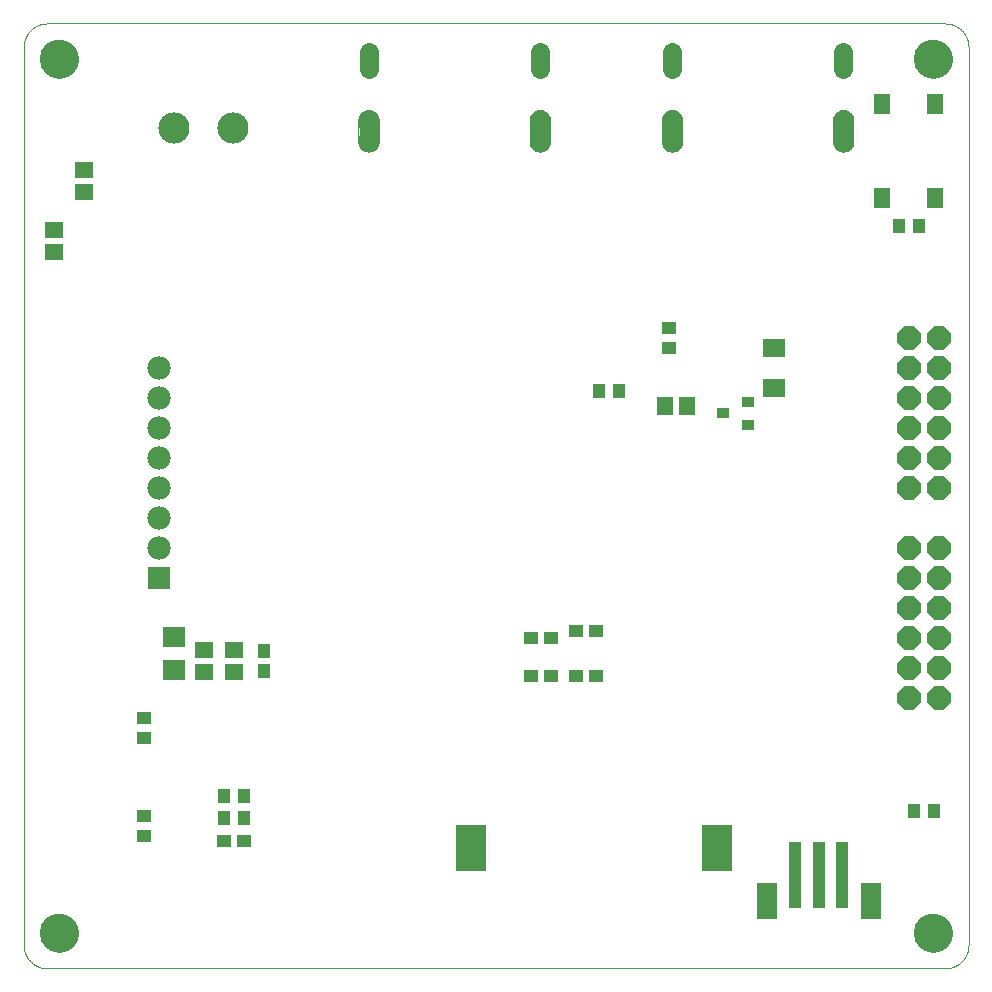
<source format=gbs>
G75*
%MOIN*%
%OFA0B0*%
%FSLAX25Y25*%
%IPPOS*%
%LPD*%
%AMOC8*
5,1,8,0,0,1.08239X$1,22.5*
%
%ADD10C,0.00000*%
%ADD11C,0.12900*%
%ADD12R,0.04731X0.04337*%
%ADD13OC8,0.07800*%
%ADD14R,0.04337X0.04731*%
%ADD15R,0.06306X0.05518*%
%ADD16R,0.07487X0.06699*%
%ADD17R,0.03943X0.03550*%
%ADD18R,0.05518X0.06306*%
%ADD19R,0.07487X0.05912*%
%ADD20C,0.06306*%
%ADD21C,0.00039*%
%ADD22R,0.05518X0.06502*%
%ADD23C,0.10400*%
%ADD24R,0.04337X0.22054*%
%ADD25R,0.06699X0.12211*%
%ADD26R,0.07800X0.07800*%
%ADD27C,0.07800*%
%ADD28R,0.10400X0.15400*%
D10*
X0040154Y0028618D02*
X0339367Y0028618D01*
X0339557Y0028620D01*
X0339747Y0028627D01*
X0339937Y0028639D01*
X0340127Y0028655D01*
X0340316Y0028675D01*
X0340505Y0028701D01*
X0340693Y0028730D01*
X0340880Y0028765D01*
X0341066Y0028804D01*
X0341251Y0028847D01*
X0341436Y0028895D01*
X0341619Y0028947D01*
X0341800Y0029003D01*
X0341980Y0029064D01*
X0342159Y0029130D01*
X0342336Y0029199D01*
X0342512Y0029273D01*
X0342685Y0029351D01*
X0342857Y0029434D01*
X0343026Y0029520D01*
X0343194Y0029610D01*
X0343359Y0029705D01*
X0343522Y0029803D01*
X0343682Y0029906D01*
X0343840Y0030012D01*
X0343995Y0030122D01*
X0344148Y0030235D01*
X0344298Y0030353D01*
X0344444Y0030474D01*
X0344588Y0030598D01*
X0344729Y0030726D01*
X0344867Y0030857D01*
X0345002Y0030992D01*
X0345133Y0031130D01*
X0345261Y0031271D01*
X0345385Y0031415D01*
X0345506Y0031561D01*
X0345624Y0031711D01*
X0345737Y0031864D01*
X0345847Y0032019D01*
X0345953Y0032177D01*
X0346056Y0032337D01*
X0346154Y0032500D01*
X0346249Y0032665D01*
X0346339Y0032833D01*
X0346425Y0033002D01*
X0346508Y0033174D01*
X0346586Y0033347D01*
X0346660Y0033523D01*
X0346729Y0033700D01*
X0346795Y0033879D01*
X0346856Y0034059D01*
X0346912Y0034240D01*
X0346964Y0034423D01*
X0347012Y0034608D01*
X0347055Y0034793D01*
X0347094Y0034979D01*
X0347129Y0035166D01*
X0347158Y0035354D01*
X0347184Y0035543D01*
X0347204Y0035732D01*
X0347220Y0035922D01*
X0347232Y0036112D01*
X0347239Y0036302D01*
X0347241Y0036492D01*
X0347241Y0335705D01*
X0347239Y0335895D01*
X0347232Y0336085D01*
X0347220Y0336275D01*
X0347204Y0336465D01*
X0347184Y0336654D01*
X0347158Y0336843D01*
X0347129Y0337031D01*
X0347094Y0337218D01*
X0347055Y0337404D01*
X0347012Y0337589D01*
X0346964Y0337774D01*
X0346912Y0337957D01*
X0346856Y0338138D01*
X0346795Y0338318D01*
X0346729Y0338497D01*
X0346660Y0338674D01*
X0346586Y0338850D01*
X0346508Y0339023D01*
X0346425Y0339195D01*
X0346339Y0339364D01*
X0346249Y0339532D01*
X0346154Y0339697D01*
X0346056Y0339860D01*
X0345953Y0340020D01*
X0345847Y0340178D01*
X0345737Y0340333D01*
X0345624Y0340486D01*
X0345506Y0340636D01*
X0345385Y0340782D01*
X0345261Y0340926D01*
X0345133Y0341067D01*
X0345002Y0341205D01*
X0344867Y0341340D01*
X0344729Y0341471D01*
X0344588Y0341599D01*
X0344444Y0341723D01*
X0344298Y0341844D01*
X0344148Y0341962D01*
X0343995Y0342075D01*
X0343840Y0342185D01*
X0343682Y0342291D01*
X0343522Y0342394D01*
X0343359Y0342492D01*
X0343194Y0342587D01*
X0343026Y0342677D01*
X0342857Y0342763D01*
X0342685Y0342846D01*
X0342512Y0342924D01*
X0342336Y0342998D01*
X0342159Y0343067D01*
X0341980Y0343133D01*
X0341800Y0343194D01*
X0341619Y0343250D01*
X0341436Y0343302D01*
X0341251Y0343350D01*
X0341066Y0343393D01*
X0340880Y0343432D01*
X0340693Y0343467D01*
X0340505Y0343496D01*
X0340316Y0343522D01*
X0340127Y0343542D01*
X0339937Y0343558D01*
X0339747Y0343570D01*
X0339557Y0343577D01*
X0339367Y0343579D01*
X0040154Y0343579D01*
X0039964Y0343577D01*
X0039774Y0343570D01*
X0039584Y0343558D01*
X0039394Y0343542D01*
X0039205Y0343522D01*
X0039016Y0343496D01*
X0038828Y0343467D01*
X0038641Y0343432D01*
X0038455Y0343393D01*
X0038270Y0343350D01*
X0038085Y0343302D01*
X0037902Y0343250D01*
X0037721Y0343194D01*
X0037541Y0343133D01*
X0037362Y0343067D01*
X0037185Y0342998D01*
X0037009Y0342924D01*
X0036836Y0342846D01*
X0036664Y0342763D01*
X0036495Y0342677D01*
X0036327Y0342587D01*
X0036162Y0342492D01*
X0035999Y0342394D01*
X0035839Y0342291D01*
X0035681Y0342185D01*
X0035526Y0342075D01*
X0035373Y0341962D01*
X0035223Y0341844D01*
X0035077Y0341723D01*
X0034933Y0341599D01*
X0034792Y0341471D01*
X0034654Y0341340D01*
X0034519Y0341205D01*
X0034388Y0341067D01*
X0034260Y0340926D01*
X0034136Y0340782D01*
X0034015Y0340636D01*
X0033897Y0340486D01*
X0033784Y0340333D01*
X0033674Y0340178D01*
X0033568Y0340020D01*
X0033465Y0339860D01*
X0033367Y0339697D01*
X0033272Y0339532D01*
X0033182Y0339364D01*
X0033096Y0339195D01*
X0033013Y0339023D01*
X0032935Y0338850D01*
X0032861Y0338674D01*
X0032792Y0338497D01*
X0032726Y0338318D01*
X0032665Y0338138D01*
X0032609Y0337957D01*
X0032557Y0337774D01*
X0032509Y0337589D01*
X0032466Y0337404D01*
X0032427Y0337218D01*
X0032392Y0337031D01*
X0032363Y0336843D01*
X0032337Y0336654D01*
X0032317Y0336465D01*
X0032301Y0336275D01*
X0032289Y0336085D01*
X0032282Y0335895D01*
X0032280Y0335705D01*
X0032280Y0036492D01*
X0032282Y0036302D01*
X0032289Y0036112D01*
X0032301Y0035922D01*
X0032317Y0035732D01*
X0032337Y0035543D01*
X0032363Y0035354D01*
X0032392Y0035166D01*
X0032427Y0034979D01*
X0032466Y0034793D01*
X0032509Y0034608D01*
X0032557Y0034423D01*
X0032609Y0034240D01*
X0032665Y0034059D01*
X0032726Y0033879D01*
X0032792Y0033700D01*
X0032861Y0033523D01*
X0032935Y0033347D01*
X0033013Y0033174D01*
X0033096Y0033002D01*
X0033182Y0032833D01*
X0033272Y0032665D01*
X0033367Y0032500D01*
X0033465Y0032337D01*
X0033568Y0032177D01*
X0033674Y0032019D01*
X0033784Y0031864D01*
X0033897Y0031711D01*
X0034015Y0031561D01*
X0034136Y0031415D01*
X0034260Y0031271D01*
X0034388Y0031130D01*
X0034519Y0030992D01*
X0034654Y0030857D01*
X0034792Y0030726D01*
X0034933Y0030598D01*
X0035077Y0030474D01*
X0035223Y0030353D01*
X0035373Y0030235D01*
X0035526Y0030122D01*
X0035681Y0030012D01*
X0035839Y0029906D01*
X0035999Y0029803D01*
X0036162Y0029705D01*
X0036327Y0029610D01*
X0036495Y0029520D01*
X0036664Y0029434D01*
X0036836Y0029351D01*
X0037009Y0029273D01*
X0037185Y0029199D01*
X0037362Y0029130D01*
X0037541Y0029064D01*
X0037721Y0029003D01*
X0037902Y0028947D01*
X0038085Y0028895D01*
X0038270Y0028847D01*
X0038455Y0028804D01*
X0038641Y0028765D01*
X0038828Y0028730D01*
X0039016Y0028701D01*
X0039205Y0028675D01*
X0039394Y0028655D01*
X0039584Y0028639D01*
X0039774Y0028627D01*
X0039964Y0028620D01*
X0040154Y0028618D01*
X0037841Y0040429D02*
X0037843Y0040587D01*
X0037849Y0040744D01*
X0037859Y0040902D01*
X0037873Y0041059D01*
X0037891Y0041215D01*
X0037912Y0041372D01*
X0037938Y0041527D01*
X0037968Y0041682D01*
X0038001Y0041836D01*
X0038039Y0041989D01*
X0038080Y0042142D01*
X0038125Y0042293D01*
X0038174Y0042443D01*
X0038227Y0042591D01*
X0038283Y0042739D01*
X0038344Y0042884D01*
X0038407Y0043029D01*
X0038475Y0043171D01*
X0038546Y0043312D01*
X0038620Y0043451D01*
X0038698Y0043588D01*
X0038780Y0043723D01*
X0038864Y0043856D01*
X0038953Y0043987D01*
X0039044Y0044115D01*
X0039139Y0044242D01*
X0039236Y0044365D01*
X0039337Y0044487D01*
X0039441Y0044605D01*
X0039548Y0044721D01*
X0039658Y0044834D01*
X0039770Y0044945D01*
X0039886Y0045052D01*
X0040004Y0045157D01*
X0040124Y0045259D01*
X0040247Y0045357D01*
X0040373Y0045453D01*
X0040501Y0045545D01*
X0040631Y0045634D01*
X0040763Y0045720D01*
X0040898Y0045802D01*
X0041035Y0045881D01*
X0041173Y0045956D01*
X0041313Y0046028D01*
X0041456Y0046096D01*
X0041599Y0046161D01*
X0041745Y0046222D01*
X0041892Y0046279D01*
X0042040Y0046333D01*
X0042190Y0046383D01*
X0042340Y0046429D01*
X0042492Y0046471D01*
X0042645Y0046510D01*
X0042799Y0046544D01*
X0042954Y0046575D01*
X0043109Y0046601D01*
X0043265Y0046624D01*
X0043422Y0046643D01*
X0043579Y0046658D01*
X0043736Y0046669D01*
X0043894Y0046676D01*
X0044052Y0046679D01*
X0044209Y0046678D01*
X0044367Y0046673D01*
X0044524Y0046664D01*
X0044682Y0046651D01*
X0044838Y0046634D01*
X0044995Y0046613D01*
X0045150Y0046589D01*
X0045305Y0046560D01*
X0045460Y0046527D01*
X0045613Y0046491D01*
X0045766Y0046450D01*
X0045917Y0046406D01*
X0046067Y0046358D01*
X0046216Y0046307D01*
X0046364Y0046251D01*
X0046510Y0046192D01*
X0046655Y0046129D01*
X0046798Y0046062D01*
X0046939Y0045992D01*
X0047078Y0045919D01*
X0047216Y0045842D01*
X0047352Y0045761D01*
X0047485Y0045677D01*
X0047616Y0045590D01*
X0047745Y0045499D01*
X0047872Y0045405D01*
X0047997Y0045308D01*
X0048118Y0045208D01*
X0048238Y0045105D01*
X0048354Y0044999D01*
X0048468Y0044890D01*
X0048580Y0044778D01*
X0048688Y0044664D01*
X0048793Y0044546D01*
X0048896Y0044426D01*
X0048995Y0044304D01*
X0049091Y0044179D01*
X0049184Y0044051D01*
X0049274Y0043922D01*
X0049360Y0043790D01*
X0049444Y0043656D01*
X0049523Y0043520D01*
X0049600Y0043382D01*
X0049672Y0043242D01*
X0049741Y0043100D01*
X0049807Y0042957D01*
X0049869Y0042812D01*
X0049927Y0042665D01*
X0049982Y0042517D01*
X0050033Y0042368D01*
X0050080Y0042217D01*
X0050123Y0042066D01*
X0050162Y0041913D01*
X0050198Y0041759D01*
X0050229Y0041605D01*
X0050257Y0041450D01*
X0050281Y0041294D01*
X0050301Y0041137D01*
X0050317Y0040980D01*
X0050329Y0040823D01*
X0050337Y0040666D01*
X0050341Y0040508D01*
X0050341Y0040350D01*
X0050337Y0040192D01*
X0050329Y0040035D01*
X0050317Y0039878D01*
X0050301Y0039721D01*
X0050281Y0039564D01*
X0050257Y0039408D01*
X0050229Y0039253D01*
X0050198Y0039099D01*
X0050162Y0038945D01*
X0050123Y0038792D01*
X0050080Y0038641D01*
X0050033Y0038490D01*
X0049982Y0038341D01*
X0049927Y0038193D01*
X0049869Y0038046D01*
X0049807Y0037901D01*
X0049741Y0037758D01*
X0049672Y0037616D01*
X0049600Y0037476D01*
X0049523Y0037338D01*
X0049444Y0037202D01*
X0049360Y0037068D01*
X0049274Y0036936D01*
X0049184Y0036807D01*
X0049091Y0036679D01*
X0048995Y0036554D01*
X0048896Y0036432D01*
X0048793Y0036312D01*
X0048688Y0036194D01*
X0048580Y0036080D01*
X0048468Y0035968D01*
X0048354Y0035859D01*
X0048238Y0035753D01*
X0048118Y0035650D01*
X0047997Y0035550D01*
X0047872Y0035453D01*
X0047745Y0035359D01*
X0047616Y0035268D01*
X0047485Y0035181D01*
X0047352Y0035097D01*
X0047216Y0035016D01*
X0047078Y0034939D01*
X0046939Y0034866D01*
X0046798Y0034796D01*
X0046655Y0034729D01*
X0046510Y0034666D01*
X0046364Y0034607D01*
X0046216Y0034551D01*
X0046067Y0034500D01*
X0045917Y0034452D01*
X0045766Y0034408D01*
X0045613Y0034367D01*
X0045460Y0034331D01*
X0045305Y0034298D01*
X0045150Y0034269D01*
X0044995Y0034245D01*
X0044838Y0034224D01*
X0044682Y0034207D01*
X0044524Y0034194D01*
X0044367Y0034185D01*
X0044209Y0034180D01*
X0044052Y0034179D01*
X0043894Y0034182D01*
X0043736Y0034189D01*
X0043579Y0034200D01*
X0043422Y0034215D01*
X0043265Y0034234D01*
X0043109Y0034257D01*
X0042954Y0034283D01*
X0042799Y0034314D01*
X0042645Y0034348D01*
X0042492Y0034387D01*
X0042340Y0034429D01*
X0042190Y0034475D01*
X0042040Y0034525D01*
X0041892Y0034579D01*
X0041745Y0034636D01*
X0041599Y0034697D01*
X0041456Y0034762D01*
X0041313Y0034830D01*
X0041173Y0034902D01*
X0041035Y0034977D01*
X0040898Y0035056D01*
X0040763Y0035138D01*
X0040631Y0035224D01*
X0040501Y0035313D01*
X0040373Y0035405D01*
X0040247Y0035501D01*
X0040124Y0035599D01*
X0040004Y0035701D01*
X0039886Y0035806D01*
X0039770Y0035913D01*
X0039658Y0036024D01*
X0039548Y0036137D01*
X0039441Y0036253D01*
X0039337Y0036371D01*
X0039236Y0036493D01*
X0039139Y0036616D01*
X0039044Y0036743D01*
X0038953Y0036871D01*
X0038864Y0037002D01*
X0038780Y0037135D01*
X0038698Y0037270D01*
X0038620Y0037407D01*
X0038546Y0037546D01*
X0038475Y0037687D01*
X0038407Y0037829D01*
X0038344Y0037974D01*
X0038283Y0038119D01*
X0038227Y0038267D01*
X0038174Y0038415D01*
X0038125Y0038565D01*
X0038080Y0038716D01*
X0038039Y0038869D01*
X0038001Y0039022D01*
X0037968Y0039176D01*
X0037938Y0039331D01*
X0037912Y0039486D01*
X0037891Y0039643D01*
X0037873Y0039799D01*
X0037859Y0039956D01*
X0037849Y0040114D01*
X0037843Y0040271D01*
X0037841Y0040429D01*
X0329180Y0040429D02*
X0329182Y0040587D01*
X0329188Y0040744D01*
X0329198Y0040902D01*
X0329212Y0041059D01*
X0329230Y0041215D01*
X0329251Y0041372D01*
X0329277Y0041527D01*
X0329307Y0041682D01*
X0329340Y0041836D01*
X0329378Y0041989D01*
X0329419Y0042142D01*
X0329464Y0042293D01*
X0329513Y0042443D01*
X0329566Y0042591D01*
X0329622Y0042739D01*
X0329683Y0042884D01*
X0329746Y0043029D01*
X0329814Y0043171D01*
X0329885Y0043312D01*
X0329959Y0043451D01*
X0330037Y0043588D01*
X0330119Y0043723D01*
X0330203Y0043856D01*
X0330292Y0043987D01*
X0330383Y0044115D01*
X0330478Y0044242D01*
X0330575Y0044365D01*
X0330676Y0044487D01*
X0330780Y0044605D01*
X0330887Y0044721D01*
X0330997Y0044834D01*
X0331109Y0044945D01*
X0331225Y0045052D01*
X0331343Y0045157D01*
X0331463Y0045259D01*
X0331586Y0045357D01*
X0331712Y0045453D01*
X0331840Y0045545D01*
X0331970Y0045634D01*
X0332102Y0045720D01*
X0332237Y0045802D01*
X0332374Y0045881D01*
X0332512Y0045956D01*
X0332652Y0046028D01*
X0332795Y0046096D01*
X0332938Y0046161D01*
X0333084Y0046222D01*
X0333231Y0046279D01*
X0333379Y0046333D01*
X0333529Y0046383D01*
X0333679Y0046429D01*
X0333831Y0046471D01*
X0333984Y0046510D01*
X0334138Y0046544D01*
X0334293Y0046575D01*
X0334448Y0046601D01*
X0334604Y0046624D01*
X0334761Y0046643D01*
X0334918Y0046658D01*
X0335075Y0046669D01*
X0335233Y0046676D01*
X0335391Y0046679D01*
X0335548Y0046678D01*
X0335706Y0046673D01*
X0335863Y0046664D01*
X0336021Y0046651D01*
X0336177Y0046634D01*
X0336334Y0046613D01*
X0336489Y0046589D01*
X0336644Y0046560D01*
X0336799Y0046527D01*
X0336952Y0046491D01*
X0337105Y0046450D01*
X0337256Y0046406D01*
X0337406Y0046358D01*
X0337555Y0046307D01*
X0337703Y0046251D01*
X0337849Y0046192D01*
X0337994Y0046129D01*
X0338137Y0046062D01*
X0338278Y0045992D01*
X0338417Y0045919D01*
X0338555Y0045842D01*
X0338691Y0045761D01*
X0338824Y0045677D01*
X0338955Y0045590D01*
X0339084Y0045499D01*
X0339211Y0045405D01*
X0339336Y0045308D01*
X0339457Y0045208D01*
X0339577Y0045105D01*
X0339693Y0044999D01*
X0339807Y0044890D01*
X0339919Y0044778D01*
X0340027Y0044664D01*
X0340132Y0044546D01*
X0340235Y0044426D01*
X0340334Y0044304D01*
X0340430Y0044179D01*
X0340523Y0044051D01*
X0340613Y0043922D01*
X0340699Y0043790D01*
X0340783Y0043656D01*
X0340862Y0043520D01*
X0340939Y0043382D01*
X0341011Y0043242D01*
X0341080Y0043100D01*
X0341146Y0042957D01*
X0341208Y0042812D01*
X0341266Y0042665D01*
X0341321Y0042517D01*
X0341372Y0042368D01*
X0341419Y0042217D01*
X0341462Y0042066D01*
X0341501Y0041913D01*
X0341537Y0041759D01*
X0341568Y0041605D01*
X0341596Y0041450D01*
X0341620Y0041294D01*
X0341640Y0041137D01*
X0341656Y0040980D01*
X0341668Y0040823D01*
X0341676Y0040666D01*
X0341680Y0040508D01*
X0341680Y0040350D01*
X0341676Y0040192D01*
X0341668Y0040035D01*
X0341656Y0039878D01*
X0341640Y0039721D01*
X0341620Y0039564D01*
X0341596Y0039408D01*
X0341568Y0039253D01*
X0341537Y0039099D01*
X0341501Y0038945D01*
X0341462Y0038792D01*
X0341419Y0038641D01*
X0341372Y0038490D01*
X0341321Y0038341D01*
X0341266Y0038193D01*
X0341208Y0038046D01*
X0341146Y0037901D01*
X0341080Y0037758D01*
X0341011Y0037616D01*
X0340939Y0037476D01*
X0340862Y0037338D01*
X0340783Y0037202D01*
X0340699Y0037068D01*
X0340613Y0036936D01*
X0340523Y0036807D01*
X0340430Y0036679D01*
X0340334Y0036554D01*
X0340235Y0036432D01*
X0340132Y0036312D01*
X0340027Y0036194D01*
X0339919Y0036080D01*
X0339807Y0035968D01*
X0339693Y0035859D01*
X0339577Y0035753D01*
X0339457Y0035650D01*
X0339336Y0035550D01*
X0339211Y0035453D01*
X0339084Y0035359D01*
X0338955Y0035268D01*
X0338824Y0035181D01*
X0338691Y0035097D01*
X0338555Y0035016D01*
X0338417Y0034939D01*
X0338278Y0034866D01*
X0338137Y0034796D01*
X0337994Y0034729D01*
X0337849Y0034666D01*
X0337703Y0034607D01*
X0337555Y0034551D01*
X0337406Y0034500D01*
X0337256Y0034452D01*
X0337105Y0034408D01*
X0336952Y0034367D01*
X0336799Y0034331D01*
X0336644Y0034298D01*
X0336489Y0034269D01*
X0336334Y0034245D01*
X0336177Y0034224D01*
X0336021Y0034207D01*
X0335863Y0034194D01*
X0335706Y0034185D01*
X0335548Y0034180D01*
X0335391Y0034179D01*
X0335233Y0034182D01*
X0335075Y0034189D01*
X0334918Y0034200D01*
X0334761Y0034215D01*
X0334604Y0034234D01*
X0334448Y0034257D01*
X0334293Y0034283D01*
X0334138Y0034314D01*
X0333984Y0034348D01*
X0333831Y0034387D01*
X0333679Y0034429D01*
X0333529Y0034475D01*
X0333379Y0034525D01*
X0333231Y0034579D01*
X0333084Y0034636D01*
X0332938Y0034697D01*
X0332795Y0034762D01*
X0332652Y0034830D01*
X0332512Y0034902D01*
X0332374Y0034977D01*
X0332237Y0035056D01*
X0332102Y0035138D01*
X0331970Y0035224D01*
X0331840Y0035313D01*
X0331712Y0035405D01*
X0331586Y0035501D01*
X0331463Y0035599D01*
X0331343Y0035701D01*
X0331225Y0035806D01*
X0331109Y0035913D01*
X0330997Y0036024D01*
X0330887Y0036137D01*
X0330780Y0036253D01*
X0330676Y0036371D01*
X0330575Y0036493D01*
X0330478Y0036616D01*
X0330383Y0036743D01*
X0330292Y0036871D01*
X0330203Y0037002D01*
X0330119Y0037135D01*
X0330037Y0037270D01*
X0329959Y0037407D01*
X0329885Y0037546D01*
X0329814Y0037687D01*
X0329746Y0037829D01*
X0329683Y0037974D01*
X0329622Y0038119D01*
X0329566Y0038267D01*
X0329513Y0038415D01*
X0329464Y0038565D01*
X0329419Y0038716D01*
X0329378Y0038869D01*
X0329340Y0039022D01*
X0329307Y0039176D01*
X0329277Y0039331D01*
X0329251Y0039486D01*
X0329230Y0039643D01*
X0329212Y0039799D01*
X0329198Y0039956D01*
X0329188Y0040114D01*
X0329182Y0040271D01*
X0329180Y0040429D01*
X0329180Y0331768D02*
X0329182Y0331926D01*
X0329188Y0332083D01*
X0329198Y0332241D01*
X0329212Y0332398D01*
X0329230Y0332554D01*
X0329251Y0332711D01*
X0329277Y0332866D01*
X0329307Y0333021D01*
X0329340Y0333175D01*
X0329378Y0333328D01*
X0329419Y0333481D01*
X0329464Y0333632D01*
X0329513Y0333782D01*
X0329566Y0333930D01*
X0329622Y0334078D01*
X0329683Y0334223D01*
X0329746Y0334368D01*
X0329814Y0334510D01*
X0329885Y0334651D01*
X0329959Y0334790D01*
X0330037Y0334927D01*
X0330119Y0335062D01*
X0330203Y0335195D01*
X0330292Y0335326D01*
X0330383Y0335454D01*
X0330478Y0335581D01*
X0330575Y0335704D01*
X0330676Y0335826D01*
X0330780Y0335944D01*
X0330887Y0336060D01*
X0330997Y0336173D01*
X0331109Y0336284D01*
X0331225Y0336391D01*
X0331343Y0336496D01*
X0331463Y0336598D01*
X0331586Y0336696D01*
X0331712Y0336792D01*
X0331840Y0336884D01*
X0331970Y0336973D01*
X0332102Y0337059D01*
X0332237Y0337141D01*
X0332374Y0337220D01*
X0332512Y0337295D01*
X0332652Y0337367D01*
X0332795Y0337435D01*
X0332938Y0337500D01*
X0333084Y0337561D01*
X0333231Y0337618D01*
X0333379Y0337672D01*
X0333529Y0337722D01*
X0333679Y0337768D01*
X0333831Y0337810D01*
X0333984Y0337849D01*
X0334138Y0337883D01*
X0334293Y0337914D01*
X0334448Y0337940D01*
X0334604Y0337963D01*
X0334761Y0337982D01*
X0334918Y0337997D01*
X0335075Y0338008D01*
X0335233Y0338015D01*
X0335391Y0338018D01*
X0335548Y0338017D01*
X0335706Y0338012D01*
X0335863Y0338003D01*
X0336021Y0337990D01*
X0336177Y0337973D01*
X0336334Y0337952D01*
X0336489Y0337928D01*
X0336644Y0337899D01*
X0336799Y0337866D01*
X0336952Y0337830D01*
X0337105Y0337789D01*
X0337256Y0337745D01*
X0337406Y0337697D01*
X0337555Y0337646D01*
X0337703Y0337590D01*
X0337849Y0337531D01*
X0337994Y0337468D01*
X0338137Y0337401D01*
X0338278Y0337331D01*
X0338417Y0337258D01*
X0338555Y0337181D01*
X0338691Y0337100D01*
X0338824Y0337016D01*
X0338955Y0336929D01*
X0339084Y0336838D01*
X0339211Y0336744D01*
X0339336Y0336647D01*
X0339457Y0336547D01*
X0339577Y0336444D01*
X0339693Y0336338D01*
X0339807Y0336229D01*
X0339919Y0336117D01*
X0340027Y0336003D01*
X0340132Y0335885D01*
X0340235Y0335765D01*
X0340334Y0335643D01*
X0340430Y0335518D01*
X0340523Y0335390D01*
X0340613Y0335261D01*
X0340699Y0335129D01*
X0340783Y0334995D01*
X0340862Y0334859D01*
X0340939Y0334721D01*
X0341011Y0334581D01*
X0341080Y0334439D01*
X0341146Y0334296D01*
X0341208Y0334151D01*
X0341266Y0334004D01*
X0341321Y0333856D01*
X0341372Y0333707D01*
X0341419Y0333556D01*
X0341462Y0333405D01*
X0341501Y0333252D01*
X0341537Y0333098D01*
X0341568Y0332944D01*
X0341596Y0332789D01*
X0341620Y0332633D01*
X0341640Y0332476D01*
X0341656Y0332319D01*
X0341668Y0332162D01*
X0341676Y0332005D01*
X0341680Y0331847D01*
X0341680Y0331689D01*
X0341676Y0331531D01*
X0341668Y0331374D01*
X0341656Y0331217D01*
X0341640Y0331060D01*
X0341620Y0330903D01*
X0341596Y0330747D01*
X0341568Y0330592D01*
X0341537Y0330438D01*
X0341501Y0330284D01*
X0341462Y0330131D01*
X0341419Y0329980D01*
X0341372Y0329829D01*
X0341321Y0329680D01*
X0341266Y0329532D01*
X0341208Y0329385D01*
X0341146Y0329240D01*
X0341080Y0329097D01*
X0341011Y0328955D01*
X0340939Y0328815D01*
X0340862Y0328677D01*
X0340783Y0328541D01*
X0340699Y0328407D01*
X0340613Y0328275D01*
X0340523Y0328146D01*
X0340430Y0328018D01*
X0340334Y0327893D01*
X0340235Y0327771D01*
X0340132Y0327651D01*
X0340027Y0327533D01*
X0339919Y0327419D01*
X0339807Y0327307D01*
X0339693Y0327198D01*
X0339577Y0327092D01*
X0339457Y0326989D01*
X0339336Y0326889D01*
X0339211Y0326792D01*
X0339084Y0326698D01*
X0338955Y0326607D01*
X0338824Y0326520D01*
X0338691Y0326436D01*
X0338555Y0326355D01*
X0338417Y0326278D01*
X0338278Y0326205D01*
X0338137Y0326135D01*
X0337994Y0326068D01*
X0337849Y0326005D01*
X0337703Y0325946D01*
X0337555Y0325890D01*
X0337406Y0325839D01*
X0337256Y0325791D01*
X0337105Y0325747D01*
X0336952Y0325706D01*
X0336799Y0325670D01*
X0336644Y0325637D01*
X0336489Y0325608D01*
X0336334Y0325584D01*
X0336177Y0325563D01*
X0336021Y0325546D01*
X0335863Y0325533D01*
X0335706Y0325524D01*
X0335548Y0325519D01*
X0335391Y0325518D01*
X0335233Y0325521D01*
X0335075Y0325528D01*
X0334918Y0325539D01*
X0334761Y0325554D01*
X0334604Y0325573D01*
X0334448Y0325596D01*
X0334293Y0325622D01*
X0334138Y0325653D01*
X0333984Y0325687D01*
X0333831Y0325726D01*
X0333679Y0325768D01*
X0333529Y0325814D01*
X0333379Y0325864D01*
X0333231Y0325918D01*
X0333084Y0325975D01*
X0332938Y0326036D01*
X0332795Y0326101D01*
X0332652Y0326169D01*
X0332512Y0326241D01*
X0332374Y0326316D01*
X0332237Y0326395D01*
X0332102Y0326477D01*
X0331970Y0326563D01*
X0331840Y0326652D01*
X0331712Y0326744D01*
X0331586Y0326840D01*
X0331463Y0326938D01*
X0331343Y0327040D01*
X0331225Y0327145D01*
X0331109Y0327252D01*
X0330997Y0327363D01*
X0330887Y0327476D01*
X0330780Y0327592D01*
X0330676Y0327710D01*
X0330575Y0327832D01*
X0330478Y0327955D01*
X0330383Y0328082D01*
X0330292Y0328210D01*
X0330203Y0328341D01*
X0330119Y0328474D01*
X0330037Y0328609D01*
X0329959Y0328746D01*
X0329885Y0328885D01*
X0329814Y0329026D01*
X0329746Y0329168D01*
X0329683Y0329313D01*
X0329622Y0329458D01*
X0329566Y0329606D01*
X0329513Y0329754D01*
X0329464Y0329904D01*
X0329419Y0330055D01*
X0329378Y0330208D01*
X0329340Y0330361D01*
X0329307Y0330515D01*
X0329277Y0330670D01*
X0329251Y0330825D01*
X0329230Y0330982D01*
X0329212Y0331138D01*
X0329198Y0331295D01*
X0329188Y0331453D01*
X0329182Y0331610D01*
X0329180Y0331768D01*
X0037841Y0331768D02*
X0037843Y0331926D01*
X0037849Y0332083D01*
X0037859Y0332241D01*
X0037873Y0332398D01*
X0037891Y0332554D01*
X0037912Y0332711D01*
X0037938Y0332866D01*
X0037968Y0333021D01*
X0038001Y0333175D01*
X0038039Y0333328D01*
X0038080Y0333481D01*
X0038125Y0333632D01*
X0038174Y0333782D01*
X0038227Y0333930D01*
X0038283Y0334078D01*
X0038344Y0334223D01*
X0038407Y0334368D01*
X0038475Y0334510D01*
X0038546Y0334651D01*
X0038620Y0334790D01*
X0038698Y0334927D01*
X0038780Y0335062D01*
X0038864Y0335195D01*
X0038953Y0335326D01*
X0039044Y0335454D01*
X0039139Y0335581D01*
X0039236Y0335704D01*
X0039337Y0335826D01*
X0039441Y0335944D01*
X0039548Y0336060D01*
X0039658Y0336173D01*
X0039770Y0336284D01*
X0039886Y0336391D01*
X0040004Y0336496D01*
X0040124Y0336598D01*
X0040247Y0336696D01*
X0040373Y0336792D01*
X0040501Y0336884D01*
X0040631Y0336973D01*
X0040763Y0337059D01*
X0040898Y0337141D01*
X0041035Y0337220D01*
X0041173Y0337295D01*
X0041313Y0337367D01*
X0041456Y0337435D01*
X0041599Y0337500D01*
X0041745Y0337561D01*
X0041892Y0337618D01*
X0042040Y0337672D01*
X0042190Y0337722D01*
X0042340Y0337768D01*
X0042492Y0337810D01*
X0042645Y0337849D01*
X0042799Y0337883D01*
X0042954Y0337914D01*
X0043109Y0337940D01*
X0043265Y0337963D01*
X0043422Y0337982D01*
X0043579Y0337997D01*
X0043736Y0338008D01*
X0043894Y0338015D01*
X0044052Y0338018D01*
X0044209Y0338017D01*
X0044367Y0338012D01*
X0044524Y0338003D01*
X0044682Y0337990D01*
X0044838Y0337973D01*
X0044995Y0337952D01*
X0045150Y0337928D01*
X0045305Y0337899D01*
X0045460Y0337866D01*
X0045613Y0337830D01*
X0045766Y0337789D01*
X0045917Y0337745D01*
X0046067Y0337697D01*
X0046216Y0337646D01*
X0046364Y0337590D01*
X0046510Y0337531D01*
X0046655Y0337468D01*
X0046798Y0337401D01*
X0046939Y0337331D01*
X0047078Y0337258D01*
X0047216Y0337181D01*
X0047352Y0337100D01*
X0047485Y0337016D01*
X0047616Y0336929D01*
X0047745Y0336838D01*
X0047872Y0336744D01*
X0047997Y0336647D01*
X0048118Y0336547D01*
X0048238Y0336444D01*
X0048354Y0336338D01*
X0048468Y0336229D01*
X0048580Y0336117D01*
X0048688Y0336003D01*
X0048793Y0335885D01*
X0048896Y0335765D01*
X0048995Y0335643D01*
X0049091Y0335518D01*
X0049184Y0335390D01*
X0049274Y0335261D01*
X0049360Y0335129D01*
X0049444Y0334995D01*
X0049523Y0334859D01*
X0049600Y0334721D01*
X0049672Y0334581D01*
X0049741Y0334439D01*
X0049807Y0334296D01*
X0049869Y0334151D01*
X0049927Y0334004D01*
X0049982Y0333856D01*
X0050033Y0333707D01*
X0050080Y0333556D01*
X0050123Y0333405D01*
X0050162Y0333252D01*
X0050198Y0333098D01*
X0050229Y0332944D01*
X0050257Y0332789D01*
X0050281Y0332633D01*
X0050301Y0332476D01*
X0050317Y0332319D01*
X0050329Y0332162D01*
X0050337Y0332005D01*
X0050341Y0331847D01*
X0050341Y0331689D01*
X0050337Y0331531D01*
X0050329Y0331374D01*
X0050317Y0331217D01*
X0050301Y0331060D01*
X0050281Y0330903D01*
X0050257Y0330747D01*
X0050229Y0330592D01*
X0050198Y0330438D01*
X0050162Y0330284D01*
X0050123Y0330131D01*
X0050080Y0329980D01*
X0050033Y0329829D01*
X0049982Y0329680D01*
X0049927Y0329532D01*
X0049869Y0329385D01*
X0049807Y0329240D01*
X0049741Y0329097D01*
X0049672Y0328955D01*
X0049600Y0328815D01*
X0049523Y0328677D01*
X0049444Y0328541D01*
X0049360Y0328407D01*
X0049274Y0328275D01*
X0049184Y0328146D01*
X0049091Y0328018D01*
X0048995Y0327893D01*
X0048896Y0327771D01*
X0048793Y0327651D01*
X0048688Y0327533D01*
X0048580Y0327419D01*
X0048468Y0327307D01*
X0048354Y0327198D01*
X0048238Y0327092D01*
X0048118Y0326989D01*
X0047997Y0326889D01*
X0047872Y0326792D01*
X0047745Y0326698D01*
X0047616Y0326607D01*
X0047485Y0326520D01*
X0047352Y0326436D01*
X0047216Y0326355D01*
X0047078Y0326278D01*
X0046939Y0326205D01*
X0046798Y0326135D01*
X0046655Y0326068D01*
X0046510Y0326005D01*
X0046364Y0325946D01*
X0046216Y0325890D01*
X0046067Y0325839D01*
X0045917Y0325791D01*
X0045766Y0325747D01*
X0045613Y0325706D01*
X0045460Y0325670D01*
X0045305Y0325637D01*
X0045150Y0325608D01*
X0044995Y0325584D01*
X0044838Y0325563D01*
X0044682Y0325546D01*
X0044524Y0325533D01*
X0044367Y0325524D01*
X0044209Y0325519D01*
X0044052Y0325518D01*
X0043894Y0325521D01*
X0043736Y0325528D01*
X0043579Y0325539D01*
X0043422Y0325554D01*
X0043265Y0325573D01*
X0043109Y0325596D01*
X0042954Y0325622D01*
X0042799Y0325653D01*
X0042645Y0325687D01*
X0042492Y0325726D01*
X0042340Y0325768D01*
X0042190Y0325814D01*
X0042040Y0325864D01*
X0041892Y0325918D01*
X0041745Y0325975D01*
X0041599Y0326036D01*
X0041456Y0326101D01*
X0041313Y0326169D01*
X0041173Y0326241D01*
X0041035Y0326316D01*
X0040898Y0326395D01*
X0040763Y0326477D01*
X0040631Y0326563D01*
X0040501Y0326652D01*
X0040373Y0326744D01*
X0040247Y0326840D01*
X0040124Y0326938D01*
X0040004Y0327040D01*
X0039886Y0327145D01*
X0039770Y0327252D01*
X0039658Y0327363D01*
X0039548Y0327476D01*
X0039441Y0327592D01*
X0039337Y0327710D01*
X0039236Y0327832D01*
X0039139Y0327955D01*
X0039044Y0328082D01*
X0038953Y0328210D01*
X0038864Y0328341D01*
X0038780Y0328474D01*
X0038698Y0328609D01*
X0038620Y0328746D01*
X0038546Y0328885D01*
X0038475Y0329026D01*
X0038407Y0329168D01*
X0038344Y0329313D01*
X0038283Y0329458D01*
X0038227Y0329606D01*
X0038174Y0329754D01*
X0038125Y0329904D01*
X0038080Y0330055D01*
X0038039Y0330208D01*
X0038001Y0330361D01*
X0037968Y0330515D01*
X0037938Y0330670D01*
X0037912Y0330825D01*
X0037891Y0330982D01*
X0037873Y0331138D01*
X0037859Y0331295D01*
X0037849Y0331453D01*
X0037843Y0331610D01*
X0037841Y0331768D01*
D11*
X0044091Y0331768D03*
X0335430Y0331768D03*
X0335430Y0040429D03*
X0044091Y0040429D03*
D12*
X0072280Y0072772D03*
X0072280Y0079465D03*
X0098934Y0071118D03*
X0105627Y0071118D03*
X0072280Y0105272D03*
X0072280Y0111965D03*
X0201434Y0126118D03*
X0208127Y0126118D03*
X0216434Y0126118D03*
X0223127Y0126118D03*
X0208127Y0138618D03*
X0216434Y0141118D03*
X0223127Y0141118D03*
X0201434Y0138618D03*
X0247280Y0235272D03*
X0247280Y0241965D03*
D13*
X0327280Y0238618D03*
X0327280Y0228618D03*
X0337280Y0228618D03*
X0337280Y0238618D03*
X0337280Y0218618D03*
X0327280Y0218618D03*
X0327280Y0208618D03*
X0337280Y0208618D03*
X0337280Y0198618D03*
X0327280Y0198618D03*
X0327280Y0188618D03*
X0337280Y0188618D03*
X0337280Y0168618D03*
X0327280Y0168618D03*
X0327280Y0158618D03*
X0327280Y0148618D03*
X0337280Y0148618D03*
X0337280Y0158618D03*
X0337280Y0138618D03*
X0327280Y0138618D03*
X0327280Y0128618D03*
X0337280Y0128618D03*
X0337280Y0118618D03*
X0327280Y0118618D03*
D14*
X0328934Y0081118D03*
X0335627Y0081118D03*
X0230627Y0221118D03*
X0223934Y0221118D03*
X0323934Y0276118D03*
X0330627Y0276118D03*
X0112280Y0134465D03*
X0112280Y0127772D03*
X0105627Y0086118D03*
X0098934Y0086118D03*
X0098934Y0078618D03*
X0105627Y0078618D03*
D15*
X0102280Y0127378D03*
X0102280Y0134858D03*
X0092280Y0134858D03*
X0092280Y0127378D03*
X0042280Y0267378D03*
X0042280Y0274858D03*
X0052280Y0287378D03*
X0052280Y0294858D03*
D16*
X0082280Y0139130D03*
X0082280Y0128106D03*
D17*
X0265449Y0213618D03*
X0273717Y0209878D03*
X0273717Y0217358D03*
D18*
X0253520Y0216118D03*
X0246040Y0216118D03*
D19*
X0282280Y0221925D03*
X0282280Y0235311D03*
D20*
X0305509Y0304799D02*
X0305509Y0310705D01*
X0305509Y0328264D02*
X0305509Y0334169D01*
X0248422Y0334169D02*
X0248422Y0328264D01*
X0248422Y0310705D02*
X0248422Y0304799D01*
X0204327Y0304799D02*
X0204327Y0310705D01*
X0204327Y0328264D02*
X0204327Y0334169D01*
X0147241Y0334169D02*
X0147241Y0328264D01*
X0147241Y0310705D02*
X0147241Y0304799D01*
D21*
X0150587Y0304811D02*
X0143894Y0304811D01*
X0143894Y0304773D02*
X0150587Y0304773D01*
X0150587Y0304736D02*
X0143894Y0304736D01*
X0143894Y0304698D02*
X0150587Y0304698D01*
X0150587Y0304660D02*
X0143894Y0304660D01*
X0143894Y0304622D02*
X0150587Y0304622D01*
X0150587Y0304584D02*
X0143894Y0304584D01*
X0143894Y0304546D02*
X0150587Y0304546D01*
X0150587Y0304508D02*
X0143894Y0304508D01*
X0143894Y0304470D02*
X0150587Y0304470D01*
X0150587Y0304433D02*
X0143894Y0304433D01*
X0143894Y0304395D02*
X0150587Y0304395D01*
X0150587Y0304357D02*
X0143894Y0304357D01*
X0143894Y0304319D02*
X0150587Y0304319D01*
X0150587Y0304281D02*
X0143894Y0304281D01*
X0143894Y0304243D02*
X0150587Y0304243D01*
X0150587Y0304209D02*
X0150523Y0303556D01*
X0150333Y0302928D01*
X0150023Y0302349D01*
X0144459Y0302349D01*
X0144458Y0302349D02*
X0144149Y0302928D01*
X0143959Y0303556D01*
X0143894Y0304209D01*
X0143894Y0305980D01*
X0143894Y0309012D01*
X0150587Y0309012D01*
X0150587Y0305980D01*
X0143894Y0305980D01*
X0143894Y0305948D02*
X0150587Y0305948D01*
X0150587Y0305980D02*
X0150587Y0304209D01*
X0150587Y0304205D02*
X0143895Y0304205D01*
X0143898Y0304167D02*
X0150583Y0304167D01*
X0150579Y0304130D02*
X0143902Y0304130D01*
X0143906Y0304092D02*
X0150576Y0304092D01*
X0150572Y0304054D02*
X0143910Y0304054D01*
X0143913Y0304016D02*
X0150568Y0304016D01*
X0150565Y0303978D02*
X0143917Y0303978D01*
X0143921Y0303940D02*
X0150561Y0303940D01*
X0150557Y0303902D02*
X0143925Y0303902D01*
X0143928Y0303864D02*
X0150553Y0303864D01*
X0150550Y0303826D02*
X0143932Y0303826D01*
X0143936Y0303789D02*
X0150546Y0303789D01*
X0150542Y0303751D02*
X0143939Y0303751D01*
X0143943Y0303713D02*
X0150538Y0303713D01*
X0150535Y0303675D02*
X0143947Y0303675D01*
X0143951Y0303637D02*
X0150531Y0303637D01*
X0150527Y0303599D02*
X0143954Y0303599D01*
X0143958Y0303561D02*
X0150524Y0303561D01*
X0150513Y0303523D02*
X0143968Y0303523D01*
X0143980Y0303486D02*
X0150502Y0303486D01*
X0150490Y0303448D02*
X0143991Y0303448D01*
X0144003Y0303410D02*
X0150479Y0303410D01*
X0150467Y0303372D02*
X0144014Y0303372D01*
X0144026Y0303334D02*
X0150456Y0303334D01*
X0150444Y0303296D02*
X0144037Y0303296D01*
X0144049Y0303258D02*
X0150433Y0303258D01*
X0150421Y0303220D02*
X0144060Y0303220D01*
X0144072Y0303182D02*
X0150410Y0303182D01*
X0150398Y0303145D02*
X0144083Y0303145D01*
X0144095Y0303107D02*
X0150387Y0303107D01*
X0150375Y0303069D02*
X0144106Y0303069D01*
X0144118Y0303031D02*
X0150364Y0303031D01*
X0150352Y0302993D02*
X0144129Y0302993D01*
X0144141Y0302955D02*
X0150341Y0302955D01*
X0150327Y0302917D02*
X0144155Y0302917D01*
X0144175Y0302879D02*
X0150307Y0302879D01*
X0150286Y0302842D02*
X0144195Y0302842D01*
X0144216Y0302804D02*
X0150266Y0302804D01*
X0150246Y0302766D02*
X0144236Y0302766D01*
X0144256Y0302728D02*
X0150226Y0302728D01*
X0150205Y0302690D02*
X0144276Y0302690D01*
X0144297Y0302652D02*
X0150185Y0302652D01*
X0150165Y0302614D02*
X0144317Y0302614D01*
X0144337Y0302576D02*
X0150145Y0302576D01*
X0150124Y0302538D02*
X0144357Y0302538D01*
X0144378Y0302501D02*
X0150104Y0302501D01*
X0150084Y0302463D02*
X0144398Y0302463D01*
X0144418Y0302425D02*
X0150064Y0302425D01*
X0150043Y0302387D02*
X0144438Y0302387D01*
X0144458Y0302349D02*
X0144875Y0301842D01*
X0145382Y0301426D01*
X0145960Y0301117D01*
X0146588Y0300927D01*
X0147241Y0300862D01*
X0147894Y0300927D01*
X0148521Y0301117D01*
X0149100Y0301426D01*
X0149607Y0301842D01*
X0150023Y0302349D01*
X0149992Y0302311D02*
X0144490Y0302311D01*
X0144521Y0302273D02*
X0149961Y0302273D01*
X0149930Y0302235D02*
X0144552Y0302235D01*
X0144583Y0302198D02*
X0149899Y0302198D01*
X0149868Y0302160D02*
X0144614Y0302160D01*
X0144645Y0302122D02*
X0149836Y0302122D01*
X0149805Y0302084D02*
X0144676Y0302084D01*
X0144707Y0302046D02*
X0149774Y0302046D01*
X0149743Y0302008D02*
X0144738Y0302008D01*
X0144770Y0301970D02*
X0149712Y0301970D01*
X0149681Y0301932D02*
X0144801Y0301932D01*
X0144832Y0301895D02*
X0149650Y0301895D01*
X0149619Y0301857D02*
X0144863Y0301857D01*
X0144903Y0301819D02*
X0149578Y0301819D01*
X0149532Y0301781D02*
X0144949Y0301781D01*
X0144996Y0301743D02*
X0149486Y0301743D01*
X0149440Y0301705D02*
X0145042Y0301705D01*
X0145088Y0301667D02*
X0149394Y0301667D01*
X0149348Y0301629D02*
X0145134Y0301629D01*
X0145180Y0301591D02*
X0149301Y0301591D01*
X0149255Y0301554D02*
X0145226Y0301554D01*
X0145273Y0301516D02*
X0149209Y0301516D01*
X0149163Y0301478D02*
X0145319Y0301478D01*
X0145365Y0301440D02*
X0149117Y0301440D01*
X0149055Y0301402D02*
X0145427Y0301402D01*
X0145498Y0301364D02*
X0148984Y0301364D01*
X0148913Y0301326D02*
X0145569Y0301326D01*
X0145639Y0301288D02*
X0148842Y0301288D01*
X0148771Y0301251D02*
X0145710Y0301251D01*
X0145781Y0301213D02*
X0148701Y0301213D01*
X0148630Y0301175D02*
X0145852Y0301175D01*
X0145923Y0301137D02*
X0148559Y0301137D01*
X0148462Y0301099D02*
X0146019Y0301099D01*
X0146144Y0301061D02*
X0148337Y0301061D01*
X0148213Y0301023D02*
X0146269Y0301023D01*
X0146394Y0300985D02*
X0148088Y0300985D01*
X0147963Y0300947D02*
X0146519Y0300947D01*
X0146760Y0300910D02*
X0147722Y0300910D01*
X0147337Y0300872D02*
X0147144Y0300872D01*
X0143894Y0304849D02*
X0150587Y0304849D01*
X0150587Y0304887D02*
X0143894Y0304887D01*
X0143894Y0304925D02*
X0150587Y0304925D01*
X0150587Y0304963D02*
X0143894Y0304963D01*
X0143894Y0305001D02*
X0150587Y0305001D01*
X0150587Y0305039D02*
X0143894Y0305039D01*
X0143894Y0305077D02*
X0150587Y0305077D01*
X0150587Y0305114D02*
X0143894Y0305114D01*
X0143894Y0305152D02*
X0150587Y0305152D01*
X0150587Y0305190D02*
X0143894Y0305190D01*
X0143894Y0305228D02*
X0150587Y0305228D01*
X0150587Y0305266D02*
X0143894Y0305266D01*
X0143894Y0305304D02*
X0150587Y0305304D01*
X0150587Y0305342D02*
X0143894Y0305342D01*
X0143894Y0305380D02*
X0150587Y0305380D01*
X0150587Y0305417D02*
X0143894Y0305417D01*
X0143894Y0305455D02*
X0150587Y0305455D01*
X0150587Y0305493D02*
X0143894Y0305493D01*
X0143894Y0305531D02*
X0150587Y0305531D01*
X0150587Y0305569D02*
X0143894Y0305569D01*
X0143894Y0305607D02*
X0150587Y0305607D01*
X0150587Y0305645D02*
X0143894Y0305645D01*
X0143894Y0305683D02*
X0150587Y0305683D01*
X0150587Y0305721D02*
X0143894Y0305721D01*
X0143894Y0305758D02*
X0150587Y0305758D01*
X0150587Y0305796D02*
X0143894Y0305796D01*
X0143894Y0305834D02*
X0150587Y0305834D01*
X0150587Y0305872D02*
X0143894Y0305872D01*
X0143894Y0305910D02*
X0150587Y0305910D01*
X0150587Y0309012D02*
X0150587Y0311295D01*
X0150523Y0311948D01*
X0150333Y0312576D01*
X0150023Y0313154D01*
X0149607Y0313662D01*
X0149100Y0314078D01*
X0148521Y0314387D01*
X0147894Y0314577D01*
X0147241Y0314642D01*
X0146588Y0314577D01*
X0145960Y0314387D01*
X0145382Y0314078D01*
X0144875Y0313662D01*
X0144458Y0313154D01*
X0144149Y0312576D01*
X0143959Y0311948D01*
X0143894Y0311295D01*
X0143894Y0309012D01*
X0143894Y0309016D02*
X0150587Y0309016D01*
X0150587Y0309054D02*
X0143894Y0309054D01*
X0143894Y0309092D02*
X0150587Y0309092D01*
X0150587Y0309130D02*
X0143894Y0309130D01*
X0143894Y0309168D02*
X0150587Y0309168D01*
X0150587Y0309206D02*
X0143894Y0309206D01*
X0143894Y0309244D02*
X0150587Y0309244D01*
X0150587Y0309281D02*
X0143894Y0309281D01*
X0143894Y0309319D02*
X0150587Y0309319D01*
X0150587Y0309357D02*
X0143894Y0309357D01*
X0143894Y0309395D02*
X0150587Y0309395D01*
X0150587Y0309433D02*
X0143894Y0309433D01*
X0143894Y0309471D02*
X0150587Y0309471D01*
X0150587Y0309509D02*
X0143894Y0309509D01*
X0143894Y0309547D02*
X0150587Y0309547D01*
X0150587Y0309584D02*
X0143894Y0309584D01*
X0143894Y0309622D02*
X0150587Y0309622D01*
X0150587Y0309660D02*
X0143894Y0309660D01*
X0143894Y0309698D02*
X0150587Y0309698D01*
X0150587Y0309736D02*
X0143894Y0309736D01*
X0143894Y0309774D02*
X0150587Y0309774D01*
X0150587Y0309812D02*
X0143894Y0309812D01*
X0143894Y0309850D02*
X0150587Y0309850D01*
X0150587Y0309887D02*
X0143894Y0309887D01*
X0143894Y0309925D02*
X0150587Y0309925D01*
X0150587Y0309963D02*
X0143894Y0309963D01*
X0143894Y0310001D02*
X0150587Y0310001D01*
X0150587Y0310039D02*
X0143894Y0310039D01*
X0143894Y0310077D02*
X0150587Y0310077D01*
X0150587Y0310115D02*
X0143894Y0310115D01*
X0143894Y0310153D02*
X0150587Y0310153D01*
X0150587Y0310191D02*
X0143894Y0310191D01*
X0143894Y0310228D02*
X0150587Y0310228D01*
X0150587Y0310266D02*
X0143894Y0310266D01*
X0143894Y0310304D02*
X0150587Y0310304D01*
X0150587Y0310342D02*
X0143894Y0310342D01*
X0143894Y0310380D02*
X0150587Y0310380D01*
X0150587Y0310418D02*
X0143894Y0310418D01*
X0143894Y0310456D02*
X0150587Y0310456D01*
X0150587Y0310494D02*
X0143894Y0310494D01*
X0143894Y0310531D02*
X0150587Y0310531D01*
X0150587Y0310569D02*
X0143894Y0310569D01*
X0143894Y0310607D02*
X0150587Y0310607D01*
X0150587Y0310645D02*
X0143894Y0310645D01*
X0143894Y0310683D02*
X0150587Y0310683D01*
X0150587Y0310721D02*
X0143894Y0310721D01*
X0143894Y0310759D02*
X0150587Y0310759D01*
X0150587Y0310797D02*
X0143894Y0310797D01*
X0143894Y0310835D02*
X0150587Y0310835D01*
X0150587Y0310872D02*
X0143894Y0310872D01*
X0143894Y0310910D02*
X0150587Y0310910D01*
X0150587Y0310948D02*
X0143894Y0310948D01*
X0143894Y0310986D02*
X0150587Y0310986D01*
X0150587Y0311024D02*
X0143894Y0311024D01*
X0143894Y0311062D02*
X0150587Y0311062D01*
X0150587Y0311100D02*
X0143894Y0311100D01*
X0143894Y0311138D02*
X0150587Y0311138D01*
X0150587Y0311175D02*
X0143894Y0311175D01*
X0143894Y0311213D02*
X0150587Y0311213D01*
X0150587Y0311251D02*
X0143894Y0311251D01*
X0143894Y0311289D02*
X0150587Y0311289D01*
X0150584Y0311327D02*
X0143897Y0311327D01*
X0143901Y0311365D02*
X0150580Y0311365D01*
X0150577Y0311403D02*
X0143905Y0311403D01*
X0143909Y0311441D02*
X0150573Y0311441D01*
X0150569Y0311479D02*
X0143912Y0311479D01*
X0143916Y0311516D02*
X0150566Y0311516D01*
X0150562Y0311554D02*
X0143920Y0311554D01*
X0143924Y0311592D02*
X0150558Y0311592D01*
X0150554Y0311630D02*
X0143927Y0311630D01*
X0143931Y0311668D02*
X0150551Y0311668D01*
X0150547Y0311706D02*
X0143935Y0311706D01*
X0143939Y0311744D02*
X0150543Y0311744D01*
X0150539Y0311782D02*
X0143942Y0311782D01*
X0143946Y0311819D02*
X0150536Y0311819D01*
X0150532Y0311857D02*
X0143950Y0311857D01*
X0143953Y0311895D02*
X0150528Y0311895D01*
X0150524Y0311933D02*
X0143957Y0311933D01*
X0143966Y0311971D02*
X0150516Y0311971D01*
X0150505Y0312009D02*
X0143977Y0312009D01*
X0143989Y0312047D02*
X0150493Y0312047D01*
X0150482Y0312085D02*
X0144000Y0312085D01*
X0144012Y0312122D02*
X0150470Y0312122D01*
X0150459Y0312160D02*
X0144023Y0312160D01*
X0144035Y0312198D02*
X0150447Y0312198D01*
X0150436Y0312236D02*
X0144046Y0312236D01*
X0144058Y0312274D02*
X0150424Y0312274D01*
X0150413Y0312312D02*
X0144069Y0312312D01*
X0144080Y0312350D02*
X0150401Y0312350D01*
X0150390Y0312388D02*
X0144092Y0312388D01*
X0144103Y0312426D02*
X0150378Y0312426D01*
X0150367Y0312463D02*
X0144115Y0312463D01*
X0144126Y0312501D02*
X0150355Y0312501D01*
X0150344Y0312539D02*
X0144138Y0312539D01*
X0144150Y0312577D02*
X0150332Y0312577D01*
X0150312Y0312615D02*
X0144170Y0312615D01*
X0144190Y0312653D02*
X0150291Y0312653D01*
X0150271Y0312691D02*
X0144210Y0312691D01*
X0144231Y0312729D02*
X0150251Y0312729D01*
X0150231Y0312766D02*
X0144251Y0312766D01*
X0144271Y0312804D02*
X0150210Y0312804D01*
X0150190Y0312842D02*
X0144291Y0312842D01*
X0144312Y0312880D02*
X0150170Y0312880D01*
X0150150Y0312918D02*
X0144332Y0312918D01*
X0144352Y0312956D02*
X0150129Y0312956D01*
X0150109Y0312994D02*
X0144372Y0312994D01*
X0144393Y0313032D02*
X0150089Y0313032D01*
X0150069Y0313070D02*
X0144413Y0313070D01*
X0144433Y0313107D02*
X0150048Y0313107D01*
X0150028Y0313145D02*
X0144453Y0313145D01*
X0144482Y0313183D02*
X0150000Y0313183D01*
X0149969Y0313221D02*
X0144513Y0313221D01*
X0144544Y0313259D02*
X0149938Y0313259D01*
X0149906Y0313297D02*
X0144575Y0313297D01*
X0144606Y0313335D02*
X0149875Y0313335D01*
X0149844Y0313373D02*
X0144637Y0313373D01*
X0144668Y0313410D02*
X0149813Y0313410D01*
X0149782Y0313448D02*
X0144700Y0313448D01*
X0144731Y0313486D02*
X0149751Y0313486D01*
X0149720Y0313524D02*
X0144762Y0313524D01*
X0144793Y0313562D02*
X0149689Y0313562D01*
X0149658Y0313600D02*
X0144824Y0313600D01*
X0144855Y0313638D02*
X0149627Y0313638D01*
X0149590Y0313676D02*
X0144892Y0313676D01*
X0144938Y0313714D02*
X0149544Y0313714D01*
X0149498Y0313751D02*
X0144984Y0313751D01*
X0145030Y0313789D02*
X0149452Y0313789D01*
X0149405Y0313827D02*
X0145076Y0313827D01*
X0145122Y0313865D02*
X0149359Y0313865D01*
X0149313Y0313903D02*
X0145169Y0313903D01*
X0145215Y0313941D02*
X0149267Y0313941D01*
X0149221Y0313979D02*
X0145261Y0313979D01*
X0145307Y0314017D02*
X0149175Y0314017D01*
X0149128Y0314054D02*
X0145353Y0314054D01*
X0145409Y0314092D02*
X0149073Y0314092D01*
X0149002Y0314130D02*
X0145480Y0314130D01*
X0145551Y0314168D02*
X0148931Y0314168D01*
X0148860Y0314206D02*
X0145621Y0314206D01*
X0145692Y0314244D02*
X0148789Y0314244D01*
X0148718Y0314282D02*
X0145763Y0314282D01*
X0145834Y0314320D02*
X0148648Y0314320D01*
X0148577Y0314357D02*
X0145905Y0314357D01*
X0145988Y0314395D02*
X0148494Y0314395D01*
X0148369Y0314433D02*
X0146113Y0314433D01*
X0146238Y0314471D02*
X0148244Y0314471D01*
X0148119Y0314509D02*
X0146362Y0314509D01*
X0146487Y0314547D02*
X0147994Y0314547D01*
X0147819Y0314585D02*
X0146663Y0314585D01*
X0147047Y0314623D02*
X0147434Y0314623D01*
X0200981Y0311295D02*
X0200981Y0309012D01*
X0200981Y0305980D01*
X0207674Y0305980D01*
X0207674Y0309012D01*
X0200981Y0309012D01*
X0200981Y0309016D02*
X0207674Y0309016D01*
X0207674Y0309012D02*
X0207674Y0311295D01*
X0207610Y0311948D01*
X0207419Y0312576D01*
X0207110Y0313154D01*
X0206694Y0313662D01*
X0206187Y0314078D01*
X0205608Y0314387D01*
X0204980Y0314577D01*
X0204327Y0314642D01*
X0203675Y0314577D01*
X0203047Y0314387D01*
X0202468Y0314078D01*
X0201961Y0313662D01*
X0201545Y0313154D01*
X0201236Y0312576D01*
X0201045Y0311948D01*
X0200981Y0311295D01*
X0200981Y0311289D02*
X0207674Y0311289D01*
X0207674Y0311251D02*
X0200981Y0311251D01*
X0200981Y0311213D02*
X0207674Y0311213D01*
X0207674Y0311175D02*
X0200981Y0311175D01*
X0200981Y0311138D02*
X0207674Y0311138D01*
X0207674Y0311100D02*
X0200981Y0311100D01*
X0200981Y0311062D02*
X0207674Y0311062D01*
X0207674Y0311024D02*
X0200981Y0311024D01*
X0200981Y0310986D02*
X0207674Y0310986D01*
X0207674Y0310948D02*
X0200981Y0310948D01*
X0200981Y0310910D02*
X0207674Y0310910D01*
X0207674Y0310872D02*
X0200981Y0310872D01*
X0200981Y0310835D02*
X0207674Y0310835D01*
X0207674Y0310797D02*
X0200981Y0310797D01*
X0200981Y0310759D02*
X0207674Y0310759D01*
X0207674Y0310721D02*
X0200981Y0310721D01*
X0200981Y0310683D02*
X0207674Y0310683D01*
X0207674Y0310645D02*
X0200981Y0310645D01*
X0200981Y0310607D02*
X0207674Y0310607D01*
X0207674Y0310569D02*
X0200981Y0310569D01*
X0200981Y0310531D02*
X0207674Y0310531D01*
X0207674Y0310494D02*
X0200981Y0310494D01*
X0200981Y0310456D02*
X0207674Y0310456D01*
X0207674Y0310418D02*
X0200981Y0310418D01*
X0200981Y0310380D02*
X0207674Y0310380D01*
X0207674Y0310342D02*
X0200981Y0310342D01*
X0200981Y0310304D02*
X0207674Y0310304D01*
X0207674Y0310266D02*
X0200981Y0310266D01*
X0200981Y0310228D02*
X0207674Y0310228D01*
X0207674Y0310191D02*
X0200981Y0310191D01*
X0200981Y0310153D02*
X0207674Y0310153D01*
X0207674Y0310115D02*
X0200981Y0310115D01*
X0200981Y0310077D02*
X0207674Y0310077D01*
X0207674Y0310039D02*
X0200981Y0310039D01*
X0200981Y0310001D02*
X0207674Y0310001D01*
X0207674Y0309963D02*
X0200981Y0309963D01*
X0200981Y0309925D02*
X0207674Y0309925D01*
X0207674Y0309887D02*
X0200981Y0309887D01*
X0200981Y0309850D02*
X0207674Y0309850D01*
X0207674Y0309812D02*
X0200981Y0309812D01*
X0200981Y0309774D02*
X0207674Y0309774D01*
X0207674Y0309736D02*
X0200981Y0309736D01*
X0200981Y0309698D02*
X0207674Y0309698D01*
X0207674Y0309660D02*
X0200981Y0309660D01*
X0200981Y0309622D02*
X0207674Y0309622D01*
X0207674Y0309584D02*
X0200981Y0309584D01*
X0200981Y0309547D02*
X0207674Y0309547D01*
X0207674Y0309509D02*
X0200981Y0309509D01*
X0200981Y0309471D02*
X0207674Y0309471D01*
X0207674Y0309433D02*
X0200981Y0309433D01*
X0200981Y0309395D02*
X0207674Y0309395D01*
X0207674Y0309357D02*
X0200981Y0309357D01*
X0200981Y0309319D02*
X0207674Y0309319D01*
X0207674Y0309281D02*
X0200981Y0309281D01*
X0200981Y0309244D02*
X0207674Y0309244D01*
X0207674Y0309206D02*
X0200981Y0309206D01*
X0200981Y0309168D02*
X0207674Y0309168D01*
X0207674Y0309130D02*
X0200981Y0309130D01*
X0200981Y0309092D02*
X0207674Y0309092D01*
X0207674Y0309054D02*
X0200981Y0309054D01*
X0200984Y0311327D02*
X0207671Y0311327D01*
X0207667Y0311365D02*
X0200988Y0311365D01*
X0200992Y0311403D02*
X0207663Y0311403D01*
X0207660Y0311441D02*
X0200995Y0311441D01*
X0200999Y0311479D02*
X0207656Y0311479D01*
X0207652Y0311516D02*
X0201003Y0311516D01*
X0201006Y0311554D02*
X0207648Y0311554D01*
X0207645Y0311592D02*
X0201010Y0311592D01*
X0201014Y0311630D02*
X0207641Y0311630D01*
X0207637Y0311668D02*
X0201018Y0311668D01*
X0201021Y0311706D02*
X0207633Y0311706D01*
X0207630Y0311744D02*
X0201025Y0311744D01*
X0201029Y0311782D02*
X0207626Y0311782D01*
X0207622Y0311819D02*
X0201033Y0311819D01*
X0201036Y0311857D02*
X0207619Y0311857D01*
X0207615Y0311895D02*
X0201040Y0311895D01*
X0201044Y0311933D02*
X0207611Y0311933D01*
X0207603Y0311971D02*
X0201052Y0311971D01*
X0201064Y0312009D02*
X0207591Y0312009D01*
X0207580Y0312047D02*
X0201075Y0312047D01*
X0201087Y0312085D02*
X0207568Y0312085D01*
X0207557Y0312122D02*
X0201098Y0312122D01*
X0201110Y0312160D02*
X0207545Y0312160D01*
X0207534Y0312198D02*
X0201121Y0312198D01*
X0201133Y0312236D02*
X0207522Y0312236D01*
X0207511Y0312274D02*
X0201144Y0312274D01*
X0201156Y0312312D02*
X0207499Y0312312D01*
X0207488Y0312350D02*
X0201167Y0312350D01*
X0201179Y0312388D02*
X0207476Y0312388D01*
X0207465Y0312426D02*
X0201190Y0312426D01*
X0201202Y0312463D02*
X0207453Y0312463D01*
X0207442Y0312501D02*
X0201213Y0312501D01*
X0201225Y0312539D02*
X0207430Y0312539D01*
X0207419Y0312577D02*
X0201236Y0312577D01*
X0201257Y0312615D02*
X0207398Y0312615D01*
X0207378Y0312653D02*
X0201277Y0312653D01*
X0201297Y0312691D02*
X0207358Y0312691D01*
X0207338Y0312729D02*
X0201317Y0312729D01*
X0201338Y0312766D02*
X0207317Y0312766D01*
X0207297Y0312804D02*
X0201358Y0312804D01*
X0201378Y0312842D02*
X0207277Y0312842D01*
X0207257Y0312880D02*
X0201398Y0312880D01*
X0201419Y0312918D02*
X0207236Y0312918D01*
X0207216Y0312956D02*
X0201439Y0312956D01*
X0201459Y0312994D02*
X0207196Y0312994D01*
X0207176Y0313032D02*
X0201479Y0313032D01*
X0201500Y0313070D02*
X0207155Y0313070D01*
X0207135Y0313107D02*
X0201520Y0313107D01*
X0201540Y0313145D02*
X0207115Y0313145D01*
X0207086Y0313183D02*
X0201569Y0313183D01*
X0201600Y0313221D02*
X0207055Y0313221D01*
X0207024Y0313259D02*
X0201631Y0313259D01*
X0201662Y0313297D02*
X0206993Y0313297D01*
X0206962Y0313335D02*
X0201693Y0313335D01*
X0201724Y0313373D02*
X0206931Y0313373D01*
X0206900Y0313410D02*
X0201755Y0313410D01*
X0201786Y0313448D02*
X0206869Y0313448D01*
X0206838Y0313486D02*
X0201817Y0313486D01*
X0201848Y0313524D02*
X0206807Y0313524D01*
X0206775Y0313562D02*
X0201879Y0313562D01*
X0201910Y0313600D02*
X0206744Y0313600D01*
X0206713Y0313638D02*
X0201942Y0313638D01*
X0201978Y0313676D02*
X0206677Y0313676D01*
X0206630Y0313714D02*
X0202024Y0313714D01*
X0202071Y0313751D02*
X0206584Y0313751D01*
X0206538Y0313789D02*
X0202117Y0313789D01*
X0202163Y0313827D02*
X0206492Y0313827D01*
X0206446Y0313865D02*
X0202209Y0313865D01*
X0202255Y0313903D02*
X0206400Y0313903D01*
X0206354Y0313941D02*
X0202301Y0313941D01*
X0202348Y0313979D02*
X0206307Y0313979D01*
X0206261Y0314017D02*
X0202394Y0314017D01*
X0202440Y0314054D02*
X0206215Y0314054D01*
X0206159Y0314092D02*
X0202495Y0314092D01*
X0202566Y0314130D02*
X0206088Y0314130D01*
X0206018Y0314168D02*
X0202637Y0314168D01*
X0202708Y0314206D02*
X0205947Y0314206D01*
X0205876Y0314244D02*
X0202779Y0314244D01*
X0202850Y0314282D02*
X0205805Y0314282D01*
X0205734Y0314320D02*
X0202921Y0314320D01*
X0202992Y0314357D02*
X0205663Y0314357D01*
X0205580Y0314395D02*
X0203074Y0314395D01*
X0203199Y0314433D02*
X0205456Y0314433D01*
X0205331Y0314471D02*
X0203324Y0314471D01*
X0203449Y0314509D02*
X0205206Y0314509D01*
X0205081Y0314547D02*
X0203574Y0314547D01*
X0203749Y0314585D02*
X0204906Y0314585D01*
X0204521Y0314623D02*
X0204134Y0314623D01*
X0200981Y0305980D02*
X0200981Y0304209D01*
X0201045Y0303556D01*
X0201236Y0302928D01*
X0201545Y0302349D01*
X0207110Y0302349D01*
X0206694Y0301842D01*
X0206187Y0301426D01*
X0205608Y0301117D01*
X0204980Y0300927D01*
X0204327Y0300862D01*
X0203675Y0300927D01*
X0203047Y0301117D01*
X0202468Y0301426D01*
X0201961Y0301842D01*
X0201545Y0302349D01*
X0201525Y0302387D02*
X0207130Y0302387D01*
X0207110Y0302349D02*
X0207419Y0302928D01*
X0207610Y0303556D01*
X0207674Y0304209D01*
X0207674Y0305980D01*
X0207674Y0305948D02*
X0200981Y0305948D01*
X0200981Y0305910D02*
X0207674Y0305910D01*
X0207674Y0305872D02*
X0200981Y0305872D01*
X0200981Y0305834D02*
X0207674Y0305834D01*
X0207674Y0305796D02*
X0200981Y0305796D01*
X0200981Y0305758D02*
X0207674Y0305758D01*
X0207674Y0305721D02*
X0200981Y0305721D01*
X0200981Y0305683D02*
X0207674Y0305683D01*
X0207674Y0305645D02*
X0200981Y0305645D01*
X0200981Y0305607D02*
X0207674Y0305607D01*
X0207674Y0305569D02*
X0200981Y0305569D01*
X0200981Y0305531D02*
X0207674Y0305531D01*
X0207674Y0305493D02*
X0200981Y0305493D01*
X0200981Y0305455D02*
X0207674Y0305455D01*
X0207674Y0305417D02*
X0200981Y0305417D01*
X0200981Y0305380D02*
X0207674Y0305380D01*
X0207674Y0305342D02*
X0200981Y0305342D01*
X0200981Y0305304D02*
X0207674Y0305304D01*
X0207674Y0305266D02*
X0200981Y0305266D01*
X0200981Y0305228D02*
X0207674Y0305228D01*
X0207674Y0305190D02*
X0200981Y0305190D01*
X0200981Y0305152D02*
X0207674Y0305152D01*
X0207674Y0305114D02*
X0200981Y0305114D01*
X0200981Y0305077D02*
X0207674Y0305077D01*
X0207674Y0305039D02*
X0200981Y0305039D01*
X0200981Y0305001D02*
X0207674Y0305001D01*
X0207674Y0304963D02*
X0200981Y0304963D01*
X0200981Y0304925D02*
X0207674Y0304925D01*
X0207674Y0304887D02*
X0200981Y0304887D01*
X0200981Y0304849D02*
X0207674Y0304849D01*
X0207674Y0304811D02*
X0200981Y0304811D01*
X0200981Y0304773D02*
X0207674Y0304773D01*
X0207674Y0304736D02*
X0200981Y0304736D01*
X0200981Y0304698D02*
X0207674Y0304698D01*
X0207674Y0304660D02*
X0200981Y0304660D01*
X0200981Y0304622D02*
X0207674Y0304622D01*
X0207674Y0304584D02*
X0200981Y0304584D01*
X0200981Y0304546D02*
X0207674Y0304546D01*
X0207674Y0304508D02*
X0200981Y0304508D01*
X0200981Y0304470D02*
X0207674Y0304470D01*
X0207674Y0304433D02*
X0200981Y0304433D01*
X0200981Y0304395D02*
X0207674Y0304395D01*
X0207674Y0304357D02*
X0200981Y0304357D01*
X0200981Y0304319D02*
X0207674Y0304319D01*
X0207674Y0304281D02*
X0200981Y0304281D01*
X0200981Y0304243D02*
X0207674Y0304243D01*
X0207674Y0304205D02*
X0200981Y0304205D01*
X0200985Y0304167D02*
X0207670Y0304167D01*
X0207666Y0304130D02*
X0200989Y0304130D01*
X0200992Y0304092D02*
X0207662Y0304092D01*
X0207659Y0304054D02*
X0200996Y0304054D01*
X0201000Y0304016D02*
X0207655Y0304016D01*
X0207651Y0303978D02*
X0201004Y0303978D01*
X0201007Y0303940D02*
X0207647Y0303940D01*
X0207644Y0303902D02*
X0201011Y0303902D01*
X0201015Y0303864D02*
X0207640Y0303864D01*
X0207636Y0303826D02*
X0201019Y0303826D01*
X0201022Y0303789D02*
X0207633Y0303789D01*
X0207629Y0303751D02*
X0201026Y0303751D01*
X0201030Y0303713D02*
X0207625Y0303713D01*
X0207621Y0303675D02*
X0201034Y0303675D01*
X0201037Y0303637D02*
X0207618Y0303637D01*
X0207614Y0303599D02*
X0201041Y0303599D01*
X0201045Y0303561D02*
X0207610Y0303561D01*
X0207600Y0303523D02*
X0201055Y0303523D01*
X0201067Y0303486D02*
X0207588Y0303486D01*
X0207577Y0303448D02*
X0201078Y0303448D01*
X0201090Y0303410D02*
X0207565Y0303410D01*
X0207554Y0303372D02*
X0201101Y0303372D01*
X0201113Y0303334D02*
X0207542Y0303334D01*
X0207531Y0303296D02*
X0201124Y0303296D01*
X0201136Y0303258D02*
X0207519Y0303258D01*
X0207508Y0303220D02*
X0201147Y0303220D01*
X0201159Y0303182D02*
X0207496Y0303182D01*
X0207485Y0303145D02*
X0201170Y0303145D01*
X0201181Y0303107D02*
X0207473Y0303107D01*
X0207462Y0303069D02*
X0201193Y0303069D01*
X0201204Y0303031D02*
X0207450Y0303031D01*
X0207439Y0302993D02*
X0201216Y0302993D01*
X0201227Y0302955D02*
X0207427Y0302955D01*
X0207413Y0302917D02*
X0201241Y0302917D01*
X0201262Y0302879D02*
X0207393Y0302879D01*
X0207373Y0302842D02*
X0201282Y0302842D01*
X0201302Y0302804D02*
X0207353Y0302804D01*
X0207332Y0302766D02*
X0201322Y0302766D01*
X0201343Y0302728D02*
X0207312Y0302728D01*
X0207292Y0302690D02*
X0201363Y0302690D01*
X0201383Y0302652D02*
X0207272Y0302652D01*
X0207251Y0302614D02*
X0201403Y0302614D01*
X0201424Y0302576D02*
X0207231Y0302576D01*
X0207211Y0302538D02*
X0201444Y0302538D01*
X0201464Y0302501D02*
X0207191Y0302501D01*
X0207170Y0302463D02*
X0201484Y0302463D01*
X0201505Y0302425D02*
X0207150Y0302425D01*
X0207079Y0302311D02*
X0201576Y0302311D01*
X0201607Y0302273D02*
X0207047Y0302273D01*
X0207016Y0302235D02*
X0201639Y0302235D01*
X0201670Y0302198D02*
X0206985Y0302198D01*
X0206954Y0302160D02*
X0201701Y0302160D01*
X0201732Y0302122D02*
X0206923Y0302122D01*
X0206892Y0302084D02*
X0201763Y0302084D01*
X0201794Y0302046D02*
X0206861Y0302046D01*
X0206830Y0302008D02*
X0201825Y0302008D01*
X0201856Y0301970D02*
X0206799Y0301970D01*
X0206768Y0301932D02*
X0201887Y0301932D01*
X0201918Y0301895D02*
X0206737Y0301895D01*
X0206705Y0301857D02*
X0201949Y0301857D01*
X0201990Y0301819D02*
X0206665Y0301819D01*
X0206619Y0301781D02*
X0202036Y0301781D01*
X0202082Y0301743D02*
X0206573Y0301743D01*
X0206526Y0301705D02*
X0202128Y0301705D01*
X0202175Y0301667D02*
X0206480Y0301667D01*
X0206434Y0301629D02*
X0202221Y0301629D01*
X0202267Y0301591D02*
X0206388Y0301591D01*
X0206342Y0301554D02*
X0202313Y0301554D01*
X0202359Y0301516D02*
X0206296Y0301516D01*
X0206250Y0301478D02*
X0202405Y0301478D01*
X0202451Y0301440D02*
X0206203Y0301440D01*
X0206141Y0301402D02*
X0202513Y0301402D01*
X0202584Y0301364D02*
X0206071Y0301364D01*
X0206000Y0301326D02*
X0202655Y0301326D01*
X0202726Y0301288D02*
X0205929Y0301288D01*
X0205858Y0301251D02*
X0202797Y0301251D01*
X0202868Y0301213D02*
X0205787Y0301213D01*
X0205716Y0301175D02*
X0202939Y0301175D01*
X0203009Y0301137D02*
X0205645Y0301137D01*
X0205549Y0301099D02*
X0203106Y0301099D01*
X0203231Y0301061D02*
X0205424Y0301061D01*
X0205299Y0301023D02*
X0203356Y0301023D01*
X0203481Y0300985D02*
X0205174Y0300985D01*
X0205049Y0300947D02*
X0203605Y0300947D01*
X0203846Y0300910D02*
X0204809Y0300910D01*
X0204424Y0300872D02*
X0204231Y0300872D01*
X0245075Y0304209D02*
X0245075Y0305980D01*
X0245075Y0309012D01*
X0251768Y0309012D01*
X0251768Y0305980D01*
X0245075Y0305980D01*
X0245075Y0305948D02*
X0251768Y0305948D01*
X0251768Y0305980D02*
X0251768Y0304209D01*
X0251704Y0303556D01*
X0251514Y0302928D01*
X0251204Y0302349D01*
X0245640Y0302349D01*
X0245639Y0302349D02*
X0245330Y0302928D01*
X0245140Y0303556D01*
X0245075Y0304209D01*
X0245076Y0304205D02*
X0251768Y0304205D01*
X0251764Y0304167D02*
X0245080Y0304167D01*
X0245083Y0304130D02*
X0251761Y0304130D01*
X0251757Y0304092D02*
X0245087Y0304092D01*
X0245091Y0304054D02*
X0251753Y0304054D01*
X0251749Y0304016D02*
X0245094Y0304016D01*
X0245098Y0303978D02*
X0251746Y0303978D01*
X0251742Y0303940D02*
X0245102Y0303940D01*
X0245106Y0303902D02*
X0251738Y0303902D01*
X0251734Y0303864D02*
X0245109Y0303864D01*
X0245113Y0303826D02*
X0251731Y0303826D01*
X0251727Y0303789D02*
X0245117Y0303789D01*
X0245121Y0303751D02*
X0251723Y0303751D01*
X0251720Y0303713D02*
X0245124Y0303713D01*
X0245128Y0303675D02*
X0251716Y0303675D01*
X0251712Y0303637D02*
X0245132Y0303637D01*
X0245135Y0303599D02*
X0251708Y0303599D01*
X0251705Y0303561D02*
X0245139Y0303561D01*
X0245150Y0303523D02*
X0251694Y0303523D01*
X0251683Y0303486D02*
X0245161Y0303486D01*
X0245173Y0303448D02*
X0251671Y0303448D01*
X0251660Y0303410D02*
X0245184Y0303410D01*
X0245196Y0303372D02*
X0251648Y0303372D01*
X0251637Y0303334D02*
X0245207Y0303334D01*
X0245219Y0303296D02*
X0251625Y0303296D01*
X0251614Y0303258D02*
X0245230Y0303258D01*
X0245242Y0303220D02*
X0251602Y0303220D01*
X0251591Y0303182D02*
X0245253Y0303182D01*
X0245264Y0303145D02*
X0251579Y0303145D01*
X0251568Y0303107D02*
X0245276Y0303107D01*
X0245287Y0303069D02*
X0251556Y0303069D01*
X0251545Y0303031D02*
X0245299Y0303031D01*
X0245310Y0302993D02*
X0251533Y0302993D01*
X0251522Y0302955D02*
X0245322Y0302955D01*
X0245336Y0302917D02*
X0251508Y0302917D01*
X0251488Y0302879D02*
X0245356Y0302879D01*
X0245376Y0302842D02*
X0251467Y0302842D01*
X0251447Y0302804D02*
X0245397Y0302804D01*
X0245417Y0302766D02*
X0251427Y0302766D01*
X0251407Y0302728D02*
X0245437Y0302728D01*
X0245457Y0302690D02*
X0251386Y0302690D01*
X0251366Y0302652D02*
X0245478Y0302652D01*
X0245498Y0302614D02*
X0251346Y0302614D01*
X0251326Y0302576D02*
X0245518Y0302576D01*
X0245538Y0302538D02*
X0251305Y0302538D01*
X0251285Y0302501D02*
X0245559Y0302501D01*
X0245579Y0302463D02*
X0251265Y0302463D01*
X0251245Y0302425D02*
X0245599Y0302425D01*
X0245619Y0302387D02*
X0251224Y0302387D01*
X0251204Y0302349D02*
X0250788Y0301842D01*
X0250281Y0301426D01*
X0249703Y0301117D01*
X0249075Y0300927D01*
X0248422Y0300862D01*
X0247769Y0300927D01*
X0247141Y0301117D01*
X0246563Y0301426D01*
X0246056Y0301842D01*
X0245639Y0302349D01*
X0245671Y0302311D02*
X0251173Y0302311D01*
X0251142Y0302273D02*
X0245702Y0302273D01*
X0245733Y0302235D02*
X0251111Y0302235D01*
X0251080Y0302198D02*
X0245764Y0302198D01*
X0245795Y0302160D02*
X0251049Y0302160D01*
X0251018Y0302122D02*
X0245826Y0302122D01*
X0245857Y0302084D02*
X0250986Y0302084D01*
X0250955Y0302046D02*
X0245888Y0302046D01*
X0245920Y0302008D02*
X0250924Y0302008D01*
X0250893Y0301970D02*
X0245951Y0301970D01*
X0245982Y0301932D02*
X0250862Y0301932D01*
X0250831Y0301895D02*
X0246013Y0301895D01*
X0246044Y0301857D02*
X0250800Y0301857D01*
X0250759Y0301819D02*
X0246084Y0301819D01*
X0246131Y0301781D02*
X0250713Y0301781D01*
X0250667Y0301743D02*
X0246177Y0301743D01*
X0246223Y0301705D02*
X0250621Y0301705D01*
X0250575Y0301667D02*
X0246269Y0301667D01*
X0246315Y0301629D02*
X0250529Y0301629D01*
X0250483Y0301591D02*
X0246361Y0301591D01*
X0246407Y0301554D02*
X0250436Y0301554D01*
X0250390Y0301516D02*
X0246454Y0301516D01*
X0246500Y0301478D02*
X0250344Y0301478D01*
X0250298Y0301440D02*
X0246546Y0301440D01*
X0246608Y0301402D02*
X0250236Y0301402D01*
X0250165Y0301364D02*
X0246679Y0301364D01*
X0246750Y0301326D02*
X0250094Y0301326D01*
X0250023Y0301288D02*
X0246820Y0301288D01*
X0246891Y0301251D02*
X0249952Y0301251D01*
X0249882Y0301213D02*
X0246962Y0301213D01*
X0247033Y0301175D02*
X0249811Y0301175D01*
X0249740Y0301137D02*
X0247104Y0301137D01*
X0247200Y0301099D02*
X0249643Y0301099D01*
X0249519Y0301061D02*
X0247325Y0301061D01*
X0247450Y0301023D02*
X0249394Y0301023D01*
X0249269Y0300985D02*
X0247575Y0300985D01*
X0247700Y0300947D02*
X0249144Y0300947D01*
X0248903Y0300910D02*
X0247941Y0300910D01*
X0248325Y0300872D02*
X0248518Y0300872D01*
X0251768Y0304243D02*
X0245075Y0304243D01*
X0245075Y0304281D02*
X0251768Y0304281D01*
X0251768Y0304319D02*
X0245075Y0304319D01*
X0245075Y0304357D02*
X0251768Y0304357D01*
X0251768Y0304395D02*
X0245075Y0304395D01*
X0245075Y0304433D02*
X0251768Y0304433D01*
X0251768Y0304470D02*
X0245075Y0304470D01*
X0245075Y0304508D02*
X0251768Y0304508D01*
X0251768Y0304546D02*
X0245075Y0304546D01*
X0245075Y0304584D02*
X0251768Y0304584D01*
X0251768Y0304622D02*
X0245075Y0304622D01*
X0245075Y0304660D02*
X0251768Y0304660D01*
X0251768Y0304698D02*
X0245075Y0304698D01*
X0245075Y0304736D02*
X0251768Y0304736D01*
X0251768Y0304773D02*
X0245075Y0304773D01*
X0245075Y0304811D02*
X0251768Y0304811D01*
X0251768Y0304849D02*
X0245075Y0304849D01*
X0245075Y0304887D02*
X0251768Y0304887D01*
X0251768Y0304925D02*
X0245075Y0304925D01*
X0245075Y0304963D02*
X0251768Y0304963D01*
X0251768Y0305001D02*
X0245075Y0305001D01*
X0245075Y0305039D02*
X0251768Y0305039D01*
X0251768Y0305077D02*
X0245075Y0305077D01*
X0245075Y0305114D02*
X0251768Y0305114D01*
X0251768Y0305152D02*
X0245075Y0305152D01*
X0245075Y0305190D02*
X0251768Y0305190D01*
X0251768Y0305228D02*
X0245075Y0305228D01*
X0245075Y0305266D02*
X0251768Y0305266D01*
X0251768Y0305304D02*
X0245075Y0305304D01*
X0245075Y0305342D02*
X0251768Y0305342D01*
X0251768Y0305380D02*
X0245075Y0305380D01*
X0245075Y0305417D02*
X0251768Y0305417D01*
X0251768Y0305455D02*
X0245075Y0305455D01*
X0245075Y0305493D02*
X0251768Y0305493D01*
X0251768Y0305531D02*
X0245075Y0305531D01*
X0245075Y0305569D02*
X0251768Y0305569D01*
X0251768Y0305607D02*
X0245075Y0305607D01*
X0245075Y0305645D02*
X0251768Y0305645D01*
X0251768Y0305683D02*
X0245075Y0305683D01*
X0245075Y0305721D02*
X0251768Y0305721D01*
X0251768Y0305758D02*
X0245075Y0305758D01*
X0245075Y0305796D02*
X0251768Y0305796D01*
X0251768Y0305834D02*
X0245075Y0305834D01*
X0245075Y0305872D02*
X0251768Y0305872D01*
X0251768Y0305910D02*
X0245075Y0305910D01*
X0245075Y0309012D02*
X0245075Y0311295D01*
X0245140Y0311948D01*
X0245330Y0312576D01*
X0245639Y0313154D01*
X0246056Y0313662D01*
X0246563Y0314078D01*
X0247141Y0314387D01*
X0247769Y0314577D01*
X0248422Y0314642D01*
X0249075Y0314577D01*
X0249703Y0314387D01*
X0250281Y0314078D01*
X0250788Y0313662D01*
X0251204Y0313154D01*
X0251514Y0312576D01*
X0251704Y0311948D01*
X0251768Y0311295D01*
X0251768Y0309012D01*
X0251768Y0309016D02*
X0245075Y0309016D01*
X0245075Y0309054D02*
X0251768Y0309054D01*
X0251768Y0309092D02*
X0245075Y0309092D01*
X0245075Y0309130D02*
X0251768Y0309130D01*
X0251768Y0309168D02*
X0245075Y0309168D01*
X0245075Y0309206D02*
X0251768Y0309206D01*
X0251768Y0309244D02*
X0245075Y0309244D01*
X0245075Y0309281D02*
X0251768Y0309281D01*
X0251768Y0309319D02*
X0245075Y0309319D01*
X0245075Y0309357D02*
X0251768Y0309357D01*
X0251768Y0309395D02*
X0245075Y0309395D01*
X0245075Y0309433D02*
X0251768Y0309433D01*
X0251768Y0309471D02*
X0245075Y0309471D01*
X0245075Y0309509D02*
X0251768Y0309509D01*
X0251768Y0309547D02*
X0245075Y0309547D01*
X0245075Y0309584D02*
X0251768Y0309584D01*
X0251768Y0309622D02*
X0245075Y0309622D01*
X0245075Y0309660D02*
X0251768Y0309660D01*
X0251768Y0309698D02*
X0245075Y0309698D01*
X0245075Y0309736D02*
X0251768Y0309736D01*
X0251768Y0309774D02*
X0245075Y0309774D01*
X0245075Y0309812D02*
X0251768Y0309812D01*
X0251768Y0309850D02*
X0245075Y0309850D01*
X0245075Y0309887D02*
X0251768Y0309887D01*
X0251768Y0309925D02*
X0245075Y0309925D01*
X0245075Y0309963D02*
X0251768Y0309963D01*
X0251768Y0310001D02*
X0245075Y0310001D01*
X0245075Y0310039D02*
X0251768Y0310039D01*
X0251768Y0310077D02*
X0245075Y0310077D01*
X0245075Y0310115D02*
X0251768Y0310115D01*
X0251768Y0310153D02*
X0245075Y0310153D01*
X0245075Y0310191D02*
X0251768Y0310191D01*
X0251768Y0310228D02*
X0245075Y0310228D01*
X0245075Y0310266D02*
X0251768Y0310266D01*
X0251768Y0310304D02*
X0245075Y0310304D01*
X0245075Y0310342D02*
X0251768Y0310342D01*
X0251768Y0310380D02*
X0245075Y0310380D01*
X0245075Y0310418D02*
X0251768Y0310418D01*
X0251768Y0310456D02*
X0245075Y0310456D01*
X0245075Y0310494D02*
X0251768Y0310494D01*
X0251768Y0310531D02*
X0245075Y0310531D01*
X0245075Y0310569D02*
X0251768Y0310569D01*
X0251768Y0310607D02*
X0245075Y0310607D01*
X0245075Y0310645D02*
X0251768Y0310645D01*
X0251768Y0310683D02*
X0245075Y0310683D01*
X0245075Y0310721D02*
X0251768Y0310721D01*
X0251768Y0310759D02*
X0245075Y0310759D01*
X0245075Y0310797D02*
X0251768Y0310797D01*
X0251768Y0310835D02*
X0245075Y0310835D01*
X0245075Y0310872D02*
X0251768Y0310872D01*
X0251768Y0310910D02*
X0245075Y0310910D01*
X0245075Y0310948D02*
X0251768Y0310948D01*
X0251768Y0310986D02*
X0245075Y0310986D01*
X0245075Y0311024D02*
X0251768Y0311024D01*
X0251768Y0311062D02*
X0245075Y0311062D01*
X0245075Y0311100D02*
X0251768Y0311100D01*
X0251768Y0311138D02*
X0245075Y0311138D01*
X0245075Y0311175D02*
X0251768Y0311175D01*
X0251768Y0311213D02*
X0245075Y0311213D01*
X0245075Y0311251D02*
X0251768Y0311251D01*
X0251768Y0311289D02*
X0245075Y0311289D01*
X0245079Y0311327D02*
X0251765Y0311327D01*
X0251762Y0311365D02*
X0245082Y0311365D01*
X0245086Y0311403D02*
X0251758Y0311403D01*
X0251754Y0311441D02*
X0245090Y0311441D01*
X0245094Y0311479D02*
X0251750Y0311479D01*
X0251747Y0311516D02*
X0245097Y0311516D01*
X0245101Y0311554D02*
X0251743Y0311554D01*
X0251739Y0311592D02*
X0245105Y0311592D01*
X0245108Y0311630D02*
X0251735Y0311630D01*
X0251732Y0311668D02*
X0245112Y0311668D01*
X0245116Y0311706D02*
X0251728Y0311706D01*
X0251724Y0311744D02*
X0245120Y0311744D01*
X0245123Y0311782D02*
X0251720Y0311782D01*
X0251717Y0311819D02*
X0245127Y0311819D01*
X0245131Y0311857D02*
X0251713Y0311857D01*
X0251709Y0311895D02*
X0245135Y0311895D01*
X0245138Y0311933D02*
X0251706Y0311933D01*
X0251697Y0311971D02*
X0245147Y0311971D01*
X0245158Y0312009D02*
X0251686Y0312009D01*
X0251674Y0312047D02*
X0245170Y0312047D01*
X0245181Y0312085D02*
X0251663Y0312085D01*
X0251651Y0312122D02*
X0245193Y0312122D01*
X0245204Y0312160D02*
X0251640Y0312160D01*
X0251628Y0312198D02*
X0245216Y0312198D01*
X0245227Y0312236D02*
X0251617Y0312236D01*
X0251605Y0312274D02*
X0245239Y0312274D01*
X0245250Y0312312D02*
X0251594Y0312312D01*
X0251582Y0312350D02*
X0245262Y0312350D01*
X0245273Y0312388D02*
X0251571Y0312388D01*
X0251559Y0312426D02*
X0245285Y0312426D01*
X0245296Y0312463D02*
X0251548Y0312463D01*
X0251536Y0312501D02*
X0245308Y0312501D01*
X0245319Y0312539D02*
X0251525Y0312539D01*
X0251513Y0312577D02*
X0245331Y0312577D01*
X0245351Y0312615D02*
X0251493Y0312615D01*
X0251473Y0312653D02*
X0245371Y0312653D01*
X0245392Y0312691D02*
X0251452Y0312691D01*
X0251432Y0312729D02*
X0245412Y0312729D01*
X0245432Y0312766D02*
X0251412Y0312766D01*
X0251392Y0312804D02*
X0245452Y0312804D01*
X0245473Y0312842D02*
X0251371Y0312842D01*
X0251351Y0312880D02*
X0245493Y0312880D01*
X0245513Y0312918D02*
X0251331Y0312918D01*
X0251311Y0312956D02*
X0245533Y0312956D01*
X0245554Y0312994D02*
X0251290Y0312994D01*
X0251270Y0313032D02*
X0245574Y0313032D01*
X0245594Y0313070D02*
X0251250Y0313070D01*
X0251230Y0313107D02*
X0245614Y0313107D01*
X0245635Y0313145D02*
X0251209Y0313145D01*
X0251181Y0313183D02*
X0245663Y0313183D01*
X0245694Y0313221D02*
X0251150Y0313221D01*
X0251119Y0313259D02*
X0245725Y0313259D01*
X0245756Y0313297D02*
X0251088Y0313297D01*
X0251056Y0313335D02*
X0245787Y0313335D01*
X0245818Y0313373D02*
X0251025Y0313373D01*
X0250994Y0313410D02*
X0245850Y0313410D01*
X0245881Y0313448D02*
X0250963Y0313448D01*
X0250932Y0313486D02*
X0245912Y0313486D01*
X0245943Y0313524D02*
X0250901Y0313524D01*
X0250870Y0313562D02*
X0245974Y0313562D01*
X0246005Y0313600D02*
X0250839Y0313600D01*
X0250808Y0313638D02*
X0246036Y0313638D01*
X0246073Y0313676D02*
X0250771Y0313676D01*
X0250725Y0313714D02*
X0246119Y0313714D01*
X0246165Y0313751D02*
X0250679Y0313751D01*
X0250633Y0313789D02*
X0246211Y0313789D01*
X0246257Y0313827D02*
X0250586Y0313827D01*
X0250540Y0313865D02*
X0246304Y0313865D01*
X0246350Y0313903D02*
X0250494Y0313903D01*
X0250448Y0313941D02*
X0246396Y0313941D01*
X0246442Y0313979D02*
X0250402Y0313979D01*
X0250356Y0314017D02*
X0246488Y0314017D01*
X0246534Y0314054D02*
X0250310Y0314054D01*
X0250254Y0314092D02*
X0246590Y0314092D01*
X0246661Y0314130D02*
X0250183Y0314130D01*
X0250112Y0314168D02*
X0246732Y0314168D01*
X0246803Y0314206D02*
X0250041Y0314206D01*
X0249970Y0314244D02*
X0246873Y0314244D01*
X0246944Y0314282D02*
X0249899Y0314282D01*
X0249829Y0314320D02*
X0247015Y0314320D01*
X0247086Y0314357D02*
X0249758Y0314357D01*
X0249675Y0314395D02*
X0247169Y0314395D01*
X0247294Y0314433D02*
X0249550Y0314433D01*
X0249425Y0314471D02*
X0247419Y0314471D01*
X0247544Y0314509D02*
X0249300Y0314509D01*
X0249175Y0314547D02*
X0247668Y0314547D01*
X0247844Y0314585D02*
X0249000Y0314585D01*
X0248616Y0314623D02*
X0248228Y0314623D01*
X0302162Y0311295D02*
X0302162Y0309012D01*
X0302162Y0305980D01*
X0308855Y0305980D01*
X0308855Y0309012D01*
X0302162Y0309012D01*
X0302162Y0309016D02*
X0308855Y0309016D01*
X0308855Y0309012D02*
X0308855Y0311295D01*
X0308791Y0311948D01*
X0308600Y0312576D01*
X0308291Y0313154D01*
X0307875Y0313662D01*
X0307368Y0314078D01*
X0306789Y0314387D01*
X0306161Y0314577D01*
X0305509Y0314642D01*
X0304856Y0314577D01*
X0304228Y0314387D01*
X0303649Y0314078D01*
X0303142Y0313662D01*
X0302726Y0313154D01*
X0302417Y0312576D01*
X0302226Y0311948D01*
X0302162Y0311295D01*
X0302162Y0311289D02*
X0308855Y0311289D01*
X0308855Y0311251D02*
X0302162Y0311251D01*
X0302162Y0311213D02*
X0308855Y0311213D01*
X0308855Y0311175D02*
X0302162Y0311175D01*
X0302162Y0311138D02*
X0308855Y0311138D01*
X0308855Y0311100D02*
X0302162Y0311100D01*
X0302162Y0311062D02*
X0308855Y0311062D01*
X0308855Y0311024D02*
X0302162Y0311024D01*
X0302162Y0310986D02*
X0308855Y0310986D01*
X0308855Y0310948D02*
X0302162Y0310948D01*
X0302162Y0310910D02*
X0308855Y0310910D01*
X0308855Y0310872D02*
X0302162Y0310872D01*
X0302162Y0310835D02*
X0308855Y0310835D01*
X0308855Y0310797D02*
X0302162Y0310797D01*
X0302162Y0310759D02*
X0308855Y0310759D01*
X0308855Y0310721D02*
X0302162Y0310721D01*
X0302162Y0310683D02*
X0308855Y0310683D01*
X0308855Y0310645D02*
X0302162Y0310645D01*
X0302162Y0310607D02*
X0308855Y0310607D01*
X0308855Y0310569D02*
X0302162Y0310569D01*
X0302162Y0310531D02*
X0308855Y0310531D01*
X0308855Y0310494D02*
X0302162Y0310494D01*
X0302162Y0310456D02*
X0308855Y0310456D01*
X0308855Y0310418D02*
X0302162Y0310418D01*
X0302162Y0310380D02*
X0308855Y0310380D01*
X0308855Y0310342D02*
X0302162Y0310342D01*
X0302162Y0310304D02*
X0308855Y0310304D01*
X0308855Y0310266D02*
X0302162Y0310266D01*
X0302162Y0310228D02*
X0308855Y0310228D01*
X0308855Y0310191D02*
X0302162Y0310191D01*
X0302162Y0310153D02*
X0308855Y0310153D01*
X0308855Y0310115D02*
X0302162Y0310115D01*
X0302162Y0310077D02*
X0308855Y0310077D01*
X0308855Y0310039D02*
X0302162Y0310039D01*
X0302162Y0310001D02*
X0308855Y0310001D01*
X0308855Y0309963D02*
X0302162Y0309963D01*
X0302162Y0309925D02*
X0308855Y0309925D01*
X0308855Y0309887D02*
X0302162Y0309887D01*
X0302162Y0309850D02*
X0308855Y0309850D01*
X0308855Y0309812D02*
X0302162Y0309812D01*
X0302162Y0309774D02*
X0308855Y0309774D01*
X0308855Y0309736D02*
X0302162Y0309736D01*
X0302162Y0309698D02*
X0308855Y0309698D01*
X0308855Y0309660D02*
X0302162Y0309660D01*
X0302162Y0309622D02*
X0308855Y0309622D01*
X0308855Y0309584D02*
X0302162Y0309584D01*
X0302162Y0309547D02*
X0308855Y0309547D01*
X0308855Y0309509D02*
X0302162Y0309509D01*
X0302162Y0309471D02*
X0308855Y0309471D01*
X0308855Y0309433D02*
X0302162Y0309433D01*
X0302162Y0309395D02*
X0308855Y0309395D01*
X0308855Y0309357D02*
X0302162Y0309357D01*
X0302162Y0309319D02*
X0308855Y0309319D01*
X0308855Y0309281D02*
X0302162Y0309281D01*
X0302162Y0309244D02*
X0308855Y0309244D01*
X0308855Y0309206D02*
X0302162Y0309206D01*
X0302162Y0309168D02*
X0308855Y0309168D01*
X0308855Y0309130D02*
X0302162Y0309130D01*
X0302162Y0309092D02*
X0308855Y0309092D01*
X0308855Y0309054D02*
X0302162Y0309054D01*
X0302165Y0311327D02*
X0308852Y0311327D01*
X0308848Y0311365D02*
X0302169Y0311365D01*
X0302173Y0311403D02*
X0308844Y0311403D01*
X0308841Y0311441D02*
X0302176Y0311441D01*
X0302180Y0311479D02*
X0308837Y0311479D01*
X0308833Y0311516D02*
X0302184Y0311516D01*
X0302188Y0311554D02*
X0308829Y0311554D01*
X0308826Y0311592D02*
X0302191Y0311592D01*
X0302195Y0311630D02*
X0308822Y0311630D01*
X0308818Y0311668D02*
X0302199Y0311668D01*
X0302203Y0311706D02*
X0308815Y0311706D01*
X0308811Y0311744D02*
X0302206Y0311744D01*
X0302210Y0311782D02*
X0308807Y0311782D01*
X0308803Y0311819D02*
X0302214Y0311819D01*
X0302217Y0311857D02*
X0308800Y0311857D01*
X0308796Y0311895D02*
X0302221Y0311895D01*
X0302225Y0311933D02*
X0308792Y0311933D01*
X0308784Y0311971D02*
X0302233Y0311971D01*
X0302245Y0312009D02*
X0308772Y0312009D01*
X0308761Y0312047D02*
X0302256Y0312047D01*
X0302268Y0312085D02*
X0308749Y0312085D01*
X0308738Y0312122D02*
X0302279Y0312122D01*
X0302291Y0312160D02*
X0308726Y0312160D01*
X0308715Y0312198D02*
X0302302Y0312198D01*
X0302314Y0312236D02*
X0308703Y0312236D01*
X0308692Y0312274D02*
X0302325Y0312274D01*
X0302337Y0312312D02*
X0308680Y0312312D01*
X0308669Y0312350D02*
X0302348Y0312350D01*
X0302360Y0312388D02*
X0308657Y0312388D01*
X0308646Y0312426D02*
X0302371Y0312426D01*
X0302383Y0312463D02*
X0308634Y0312463D01*
X0308623Y0312501D02*
X0302394Y0312501D01*
X0302406Y0312539D02*
X0308611Y0312539D01*
X0308600Y0312577D02*
X0302417Y0312577D01*
X0302438Y0312615D02*
X0308579Y0312615D01*
X0308559Y0312653D02*
X0302458Y0312653D01*
X0302478Y0312691D02*
X0308539Y0312691D01*
X0308519Y0312729D02*
X0302498Y0312729D01*
X0302519Y0312766D02*
X0308498Y0312766D01*
X0308478Y0312804D02*
X0302539Y0312804D01*
X0302559Y0312842D02*
X0308458Y0312842D01*
X0308438Y0312880D02*
X0302579Y0312880D01*
X0302600Y0312918D02*
X0308417Y0312918D01*
X0308397Y0312956D02*
X0302620Y0312956D01*
X0302640Y0312994D02*
X0308377Y0312994D01*
X0308357Y0313032D02*
X0302660Y0313032D01*
X0302681Y0313070D02*
X0308336Y0313070D01*
X0308316Y0313107D02*
X0302701Y0313107D01*
X0302721Y0313145D02*
X0308296Y0313145D01*
X0308267Y0313183D02*
X0302750Y0313183D01*
X0302781Y0313221D02*
X0308236Y0313221D01*
X0308205Y0313259D02*
X0302812Y0313259D01*
X0302843Y0313297D02*
X0308174Y0313297D01*
X0308143Y0313335D02*
X0302874Y0313335D01*
X0302905Y0313373D02*
X0308112Y0313373D01*
X0308081Y0313410D02*
X0302936Y0313410D01*
X0302967Y0313448D02*
X0308050Y0313448D01*
X0308019Y0313486D02*
X0302998Y0313486D01*
X0303029Y0313524D02*
X0307988Y0313524D01*
X0307957Y0313562D02*
X0303060Y0313562D01*
X0303092Y0313600D02*
X0307925Y0313600D01*
X0307894Y0313638D02*
X0303123Y0313638D01*
X0303159Y0313676D02*
X0307858Y0313676D01*
X0307812Y0313714D02*
X0303206Y0313714D01*
X0303252Y0313751D02*
X0307765Y0313751D01*
X0307719Y0313789D02*
X0303298Y0313789D01*
X0303344Y0313827D02*
X0307673Y0313827D01*
X0307627Y0313865D02*
X0303390Y0313865D01*
X0303436Y0313903D02*
X0307581Y0313903D01*
X0307535Y0313941D02*
X0303482Y0313941D01*
X0303529Y0313979D02*
X0307488Y0313979D01*
X0307442Y0314017D02*
X0303575Y0314017D01*
X0303621Y0314054D02*
X0307396Y0314054D01*
X0307340Y0314092D02*
X0303677Y0314092D01*
X0303747Y0314130D02*
X0307270Y0314130D01*
X0307199Y0314168D02*
X0303818Y0314168D01*
X0303889Y0314206D02*
X0307128Y0314206D01*
X0307057Y0314244D02*
X0303960Y0314244D01*
X0304031Y0314282D02*
X0306986Y0314282D01*
X0306915Y0314320D02*
X0304102Y0314320D01*
X0304173Y0314357D02*
X0306844Y0314357D01*
X0306762Y0314395D02*
X0304256Y0314395D01*
X0304380Y0314433D02*
X0306637Y0314433D01*
X0306512Y0314471D02*
X0304505Y0314471D01*
X0304630Y0314509D02*
X0306387Y0314509D01*
X0306262Y0314547D02*
X0304755Y0314547D01*
X0304930Y0314585D02*
X0306087Y0314585D01*
X0305702Y0314623D02*
X0305315Y0314623D01*
X0302162Y0305980D02*
X0302162Y0304209D01*
X0302226Y0303556D01*
X0302417Y0302928D01*
X0302726Y0302349D01*
X0308291Y0302349D01*
X0307875Y0301842D01*
X0307368Y0301426D01*
X0306789Y0301117D01*
X0306161Y0300927D01*
X0305509Y0300862D01*
X0304856Y0300927D01*
X0304228Y0301117D01*
X0303649Y0301426D01*
X0303142Y0301842D01*
X0302726Y0302349D01*
X0302706Y0302387D02*
X0308311Y0302387D01*
X0308291Y0302349D02*
X0308600Y0302928D01*
X0308791Y0303556D01*
X0308855Y0304209D01*
X0308855Y0305980D01*
X0308855Y0305948D02*
X0302162Y0305948D01*
X0302162Y0305910D02*
X0308855Y0305910D01*
X0308855Y0305872D02*
X0302162Y0305872D01*
X0302162Y0305834D02*
X0308855Y0305834D01*
X0308855Y0305796D02*
X0302162Y0305796D01*
X0302162Y0305758D02*
X0308855Y0305758D01*
X0308855Y0305721D02*
X0302162Y0305721D01*
X0302162Y0305683D02*
X0308855Y0305683D01*
X0308855Y0305645D02*
X0302162Y0305645D01*
X0302162Y0305607D02*
X0308855Y0305607D01*
X0308855Y0305569D02*
X0302162Y0305569D01*
X0302162Y0305531D02*
X0308855Y0305531D01*
X0308855Y0305493D02*
X0302162Y0305493D01*
X0302162Y0305455D02*
X0308855Y0305455D01*
X0308855Y0305417D02*
X0302162Y0305417D01*
X0302162Y0305380D02*
X0308855Y0305380D01*
X0308855Y0305342D02*
X0302162Y0305342D01*
X0302162Y0305304D02*
X0308855Y0305304D01*
X0308855Y0305266D02*
X0302162Y0305266D01*
X0302162Y0305228D02*
X0308855Y0305228D01*
X0308855Y0305190D02*
X0302162Y0305190D01*
X0302162Y0305152D02*
X0308855Y0305152D01*
X0308855Y0305114D02*
X0302162Y0305114D01*
X0302162Y0305077D02*
X0308855Y0305077D01*
X0308855Y0305039D02*
X0302162Y0305039D01*
X0302162Y0305001D02*
X0308855Y0305001D01*
X0308855Y0304963D02*
X0302162Y0304963D01*
X0302162Y0304925D02*
X0308855Y0304925D01*
X0308855Y0304887D02*
X0302162Y0304887D01*
X0302162Y0304849D02*
X0308855Y0304849D01*
X0308855Y0304811D02*
X0302162Y0304811D01*
X0302162Y0304773D02*
X0308855Y0304773D01*
X0308855Y0304736D02*
X0302162Y0304736D01*
X0302162Y0304698D02*
X0308855Y0304698D01*
X0308855Y0304660D02*
X0302162Y0304660D01*
X0302162Y0304622D02*
X0308855Y0304622D01*
X0308855Y0304584D02*
X0302162Y0304584D01*
X0302162Y0304546D02*
X0308855Y0304546D01*
X0308855Y0304508D02*
X0302162Y0304508D01*
X0302162Y0304470D02*
X0308855Y0304470D01*
X0308855Y0304433D02*
X0302162Y0304433D01*
X0302162Y0304395D02*
X0308855Y0304395D01*
X0308855Y0304357D02*
X0302162Y0304357D01*
X0302162Y0304319D02*
X0308855Y0304319D01*
X0308855Y0304281D02*
X0302162Y0304281D01*
X0302162Y0304243D02*
X0308855Y0304243D01*
X0308855Y0304205D02*
X0302162Y0304205D01*
X0302166Y0304167D02*
X0308851Y0304167D01*
X0308847Y0304130D02*
X0302170Y0304130D01*
X0302174Y0304092D02*
X0308843Y0304092D01*
X0308840Y0304054D02*
X0302177Y0304054D01*
X0302181Y0304016D02*
X0308836Y0304016D01*
X0308832Y0303978D02*
X0302185Y0303978D01*
X0302189Y0303940D02*
X0308829Y0303940D01*
X0308825Y0303902D02*
X0302192Y0303902D01*
X0302196Y0303864D02*
X0308821Y0303864D01*
X0308817Y0303826D02*
X0302200Y0303826D01*
X0302203Y0303789D02*
X0308814Y0303789D01*
X0308810Y0303751D02*
X0302207Y0303751D01*
X0302211Y0303713D02*
X0308806Y0303713D01*
X0308802Y0303675D02*
X0302215Y0303675D01*
X0302218Y0303637D02*
X0308799Y0303637D01*
X0308795Y0303599D02*
X0302222Y0303599D01*
X0302226Y0303561D02*
X0308791Y0303561D01*
X0308781Y0303523D02*
X0302236Y0303523D01*
X0302248Y0303486D02*
X0308769Y0303486D01*
X0308758Y0303448D02*
X0302259Y0303448D01*
X0302271Y0303410D02*
X0308746Y0303410D01*
X0308735Y0303372D02*
X0302282Y0303372D01*
X0302294Y0303334D02*
X0308723Y0303334D01*
X0308712Y0303296D02*
X0302305Y0303296D01*
X0302317Y0303258D02*
X0308700Y0303258D01*
X0308689Y0303220D02*
X0302328Y0303220D01*
X0302340Y0303182D02*
X0308677Y0303182D01*
X0308666Y0303145D02*
X0302351Y0303145D01*
X0302363Y0303107D02*
X0308654Y0303107D01*
X0308643Y0303069D02*
X0302374Y0303069D01*
X0302386Y0303031D02*
X0308631Y0303031D01*
X0308620Y0302993D02*
X0302397Y0302993D01*
X0302409Y0302955D02*
X0308608Y0302955D01*
X0308595Y0302917D02*
X0302423Y0302917D01*
X0302443Y0302879D02*
X0308574Y0302879D01*
X0308554Y0302842D02*
X0302463Y0302842D01*
X0302483Y0302804D02*
X0308534Y0302804D01*
X0308514Y0302766D02*
X0302504Y0302766D01*
X0302524Y0302728D02*
X0308493Y0302728D01*
X0308473Y0302690D02*
X0302544Y0302690D01*
X0302564Y0302652D02*
X0308453Y0302652D01*
X0308433Y0302614D02*
X0302585Y0302614D01*
X0302605Y0302576D02*
X0308412Y0302576D01*
X0308392Y0302538D02*
X0302625Y0302538D01*
X0302645Y0302501D02*
X0308372Y0302501D01*
X0308352Y0302463D02*
X0302666Y0302463D01*
X0302686Y0302425D02*
X0308331Y0302425D01*
X0308260Y0302311D02*
X0302757Y0302311D01*
X0302789Y0302273D02*
X0308229Y0302273D01*
X0308197Y0302235D02*
X0302820Y0302235D01*
X0302851Y0302198D02*
X0308166Y0302198D01*
X0308135Y0302160D02*
X0302882Y0302160D01*
X0302913Y0302122D02*
X0308104Y0302122D01*
X0308073Y0302084D02*
X0302944Y0302084D01*
X0302975Y0302046D02*
X0308042Y0302046D01*
X0308011Y0302008D02*
X0303006Y0302008D01*
X0303037Y0301970D02*
X0307980Y0301970D01*
X0307949Y0301932D02*
X0303068Y0301932D01*
X0303099Y0301895D02*
X0307918Y0301895D01*
X0307887Y0301857D02*
X0303131Y0301857D01*
X0303171Y0301819D02*
X0307846Y0301819D01*
X0307800Y0301781D02*
X0303217Y0301781D01*
X0303263Y0301743D02*
X0307754Y0301743D01*
X0307708Y0301705D02*
X0303309Y0301705D01*
X0303356Y0301667D02*
X0307661Y0301667D01*
X0307615Y0301629D02*
X0303402Y0301629D01*
X0303448Y0301591D02*
X0307569Y0301591D01*
X0307523Y0301554D02*
X0303494Y0301554D01*
X0303540Y0301516D02*
X0307477Y0301516D01*
X0307431Y0301478D02*
X0303586Y0301478D01*
X0303633Y0301440D02*
X0307384Y0301440D01*
X0307323Y0301402D02*
X0303694Y0301402D01*
X0303765Y0301364D02*
X0307252Y0301364D01*
X0307181Y0301326D02*
X0303836Y0301326D01*
X0303907Y0301288D02*
X0307110Y0301288D01*
X0307039Y0301251D02*
X0303978Y0301251D01*
X0304049Y0301213D02*
X0306968Y0301213D01*
X0306897Y0301175D02*
X0304120Y0301175D01*
X0304191Y0301137D02*
X0306826Y0301137D01*
X0306730Y0301099D02*
X0304287Y0301099D01*
X0304412Y0301061D02*
X0306605Y0301061D01*
X0306480Y0301023D02*
X0304537Y0301023D01*
X0304662Y0300985D02*
X0306355Y0300985D01*
X0306231Y0300947D02*
X0304787Y0300947D01*
X0305027Y0300910D02*
X0305990Y0300910D01*
X0305605Y0300872D02*
X0305412Y0300872D01*
D22*
X0318422Y0285469D03*
X0336138Y0285469D03*
X0336138Y0316768D03*
X0318422Y0316768D03*
D23*
X0102123Y0308618D03*
X0082438Y0308618D03*
D24*
X0289406Y0059799D03*
X0297280Y0059799D03*
X0305154Y0059799D03*
D25*
X0314603Y0050941D03*
X0279957Y0050941D03*
D26*
X0077280Y0158618D03*
D27*
X0077280Y0168618D03*
X0077280Y0178618D03*
X0077280Y0188618D03*
X0077280Y0198618D03*
X0077280Y0208618D03*
X0077280Y0218618D03*
X0077280Y0228618D03*
D28*
X0181276Y0068618D03*
X0263284Y0068618D03*
M02*

</source>
